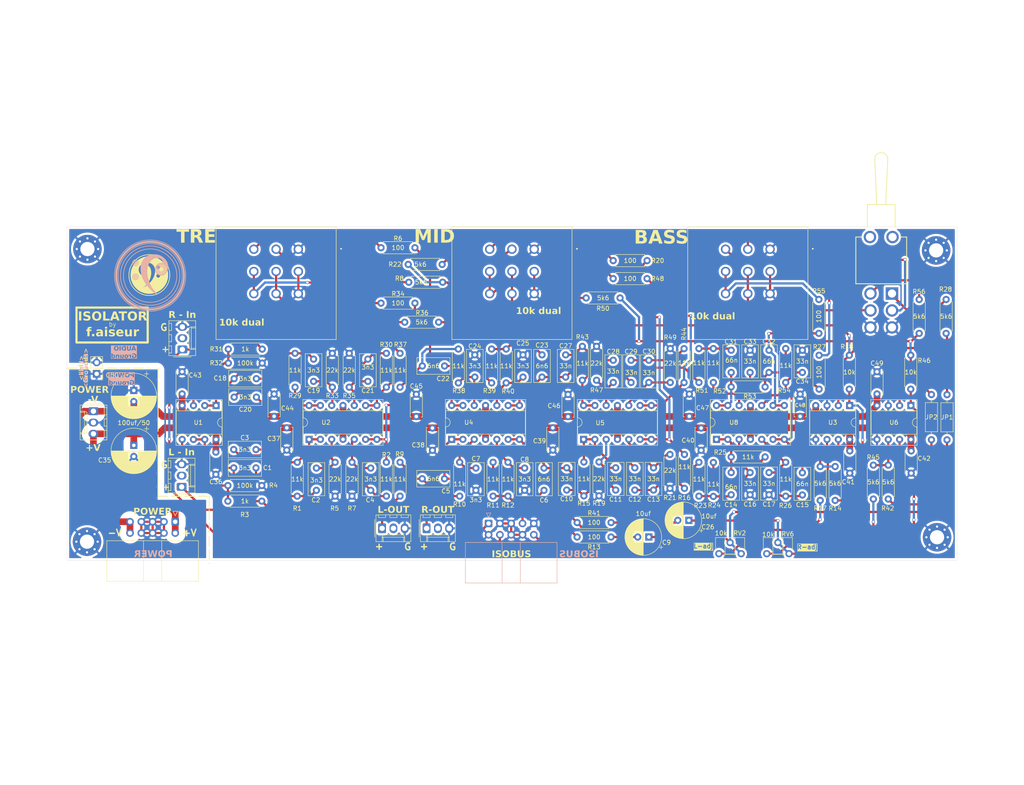
<source format=kicad_pcb>
(kicad_pcb (version 20240108) (generator "pcbnew") (generator_version "8.0")
  (title_block (title "ISOLATOR") (date "2024-07-23") (rev "001") (company "f.aiseur"))
  (layers (0 "F.Cu" signal) (31 "B.Cu" signal) (34 "B.Paste" user) (35 "F.Paste" user) (36 "B.SilkS" user "B.Silkscreen") (37 "F.SilkS" user "F.Silkscreen") (38 "B.Mask" user) (39 "F.Mask" user) (44 "Edge.Cuts" user))
  (net 0 "")
  (net 1 "Net-(U1A--)")
  (net 2 "Net-(C1-Pad2)")
  (net 3 "Net-(U2A-+)")
  (net 4 "Net-(U2A--)")
  (net 5 "Net-(C3-Pad2)")
  (net 6 "Net-(U2B-+)")
  (net 7 "Net-(U2C--)")
  (net 8 "Net-(C5-Pad1)")
  (net 9 "Net-(U2D--)")
  (net 10 "Net-(U2C-+)")
  (net 11 "GND")
  (net 12 "Net-(U2D-+)")
  (net 13 "Net-(C9-Pad2)")
  (net 14 "Net-(JP1-A)")
  (net 15 "Net-(C10-Pad2)")
  (net 16 "Net-(U4A-+)")
  (net 17 "Net-(C12-Pad2)")
  (net 18 "Net-(U4A--)")
  (net 19 "Net-(U4B-+)")
  (net 20 "Net-(U4C--)")
  (net 21 "Net-(C14-Pad1)")
  (net 22 "Net-(C15-Pad1)")
  (net 23 "Net-(U4D--)")
  (net 24 "Net-(U4C-+)")
  (net 25 "Net-(U4D-+)")
  (net 26 "Net-(U1B--)")
  (net 27 "Net-(C18-Pad2)")
  (net 28 "Net-(U5A-+)")
  (net 29 "Net-(C20-Pad2)")
  (net 30 "Net-(U5A--)")
  (net 31 "Net-(U5B-+)")
  (net 32 "Net-(C22-Pad1)")
  (net 33 "Net-(U5C--)")
  (net 34 "Net-(U5D--)")
  (net 35 "Net-(C23-Pad1)")
  (net 36 "Net-(U5C-+)")
  (net 37 "Net-(U5D-+)")
  (net 38 "Net-(C26-Pad2)")
  (net 39 "Net-(JP2-A)")
  (net 40 "Net-(C27-Pad2)")
  (net 41 "Net-(U8A-+)")
  (net 42 "Net-(U8A--)")
  (net 43 "Net-(C29-Pad2)")
  (net 44 "Net-(U8B-+)")
  (net 45 "Net-(C31-Pad1)")
  (net 46 "Net-(U8C--)")
  (net 47 "Net-(C32-Pad1)")
  (net 48 "Net-(U8D--)")
  (net 49 "Net-(U8C-+)")
  (net 50 "Net-(U8D-+)")
  (net 51 "+15V")
  (net 52 "-15V")
  (net 57 "Net-(U2B--)")
  (net 58 "Net-(U1A-+)")
  (net 59 "Net-(R6-Pad2)")
  (net 60 "Net-(JP1-B)")
  (net 61 "Net-(U3B--)")
  (net 62 "Net-(R14-Pad1)")
  (net 63 "Net-(U4B--)")
  (net 64 "Net-(R17-Pad2)")
  (net 65 "Net-(R20-Pad2)")
  (net 66 "Net-(R27-Pad2)")
  (net 67 "Net-(U5B--)")
  (net 68 "Net-(U1B-+)")
  (net 69 "Net-(R34-Pad2)")
  (net 70 "Net-(JP2-B)")
  (net 71 "Net-(U6B--)")
  (net 72 "Net-(R42-Pad1)")
  (net 73 "Net-(U8B--)")
  (net 74 "Net-(R45-Pad2)")
  (net 75 "Net-(R48-Pad2)")
  (net 76 "Net-(R55-Pad2)")
  (net 77 "L ISO In")
  (net 78 "L ISO Out")
  (net 79 "R ISO In")
  (net 80 "R ISO Out")
  (net 81 "Net-(R8-Pad1)")
  (net 82 "Net-(R22-Pad1)")
  (net 83 "Net-(R36-Pad1)")
  (net 84 "Net-(R50-Pad1)")
  (net 85 "Net-(SW3A-A)")
  (net 86 "Net-(SW3B-A)")
  (net 87 "Net-(SW3B-B)")
  (net 88 "Net-(SW3A-B)")
  (net 89 "GNDREF")
  (net 90 "Net-(C6-Pad1)")
  (footprint "Capacitor_THT:C_Rect_L7.2mm_W3.5mm_P5.00mm_FKS2_FKP2_MKS2_MKP2" (layer "F.Cu") (at 202.58 124.92 90)
    (property "Reference" "C15")
    (property "Value" "66n")
  )
  (footprint "MountingHole:MountingHole_3.2mm_M3_Pad_Via" (layer "F.Cu") (at 41.83 135.42)
    (property "Reference" "H4" (hide yes))
    (property "Value" "MountingHole_Pad")
  )
  (footprint "Capacitor_THT:C_Rect_L7.2mm_W3.5mm_P5.00mm_FKS2_FKP2_MKS2_MKP2" (layer "F.Cu") (at 190.83 124.87 90)
    (property "Reference" "C16")
    (property "Value" "33n")
  )
  (footprint "Package_DIP:DIP-8_W7.62mm_Socket" (layer "F.Cu") (at 226.965 104.81 -90)
    (property "Reference" "U6")
    (property "Value" "NE5532")
  )
  (footprint "Resistor_THT:R_Axial_DIN0207_L6.3mm_D2.5mm_P7.62mm_Horizontal" (layer "F.Cu") (at 206.59 118.52 -90)
    (property "Reference" "R17")
    (property "Value" "5k6")
  )
  (footprint "Resistor_THT:R_Axial_DIN0207_L6.3mm_D2.5mm_P7.62mm_Horizontal" (layer "F.Cu") (at 218.53 118.21 -90)
    (property "Reference" "R45")
    (property "Value" "5k6")
  )
  (footprint "Capacitor_THT:C_Rect_L7.2mm_W3.5mm_P5.00mm_FKS2_FKP2_MKS2_MKP2" (layer "F.Cu") (at 140.17 123.87 90)
    (property "Reference" "C8")
    (property "Value" "3n3")
  )
  (footprint "Capacitor_THT:C_Disc_D5.0mm_W2.5mm_P5.00mm" (layer "F.Cu") (at 227.03 120.01 90)
    (property "Reference" "C42")
    (property "Value" "100nf")
  )
  (footprint "Package_DIP:DIP-8_W7.62mm_Socket" (layer "F.Cu") (at 213.2 104.81 -90)
    (property "Reference" "U3")
    (property "Value" "NE5532")
  )
  (footprint "Capacitor_THT:C_Rect_L7.2mm_W3.5mm_P5.00mm_FKS2_FKP2_MKS2_MKP2" (layer "F.Cu") (at 164.93 118.81 -90)
    (property "Reference" "C12")
    (property "Value" "33n")
  )
  (footprint "Connector_Molex:Molex_KK-254_AE-6410-03A_1x03_P2.54mm_Vertical" (layer "F.Cu") (at 43.27 106.09 -90)
    (property "Reference" "J6" (hide yes))
    (property "Value" "POWER")
  )
  (footprint "Capacitor_THT:C_Disc_D5.0mm_W2.5mm_P5.00mm" (layer "F.Cu") (at 70.79 120.29 90)
    (property "Reference" "C36")
    (property "Value" "100nf")
  )
  (footprint "Capacitor_THT:C_Rect_L7.2mm_W3.5mm_P5.00mm_FKS2_FKP2_MKS2_MKP2" (layer "F.Cu") (at 195.08 124.87 90)
    (property "Reference" "C17")
    (property "Value" "33n")
  )
  (footprint "Resistor_THT:R_Axial_DIN0207_L6.3mm_D2.5mm_P7.62mm_Horizontal" (layer "F.Cu") (at 136.023 92.1 -90)
    (property "Reference" "R40")
    (property "Value" "11k")
  )
  (footprint "Capacitor_THT:C_Rect_L7.2mm_W3.5mm_P5.00mm_FKS2_FKP2_MKS2_MKP2" (layer "F.Cu") (at 144.075 93.41 -90)
    (property "Reference" "C23")
    (property "Value" "6n6")
  )
  (footprint "Connector_Molex:Molex_KK-254_AE-6410-03A_1x03_P2.54mm_Vertical" (layer "F.Cu") (at 118.14 132.42)
    (property "Reference" "J2" (hide yes))
    (property "Value" "L ISO Out")
  )
  (footprint "MountingHole:MountingHole_3.2mm_M3_Pad_Via" (layer "F.Cu") (at 232.632944 69.922944)
    (property "Reference" "H2" (hide yes))
    (property "Value" "MountingHole_Pad" (hide yes))
  )
  (footprint "Resistor_THT:R_Axial_DIN0207_L6.3mm_D2.5mm_P7.62mm_Horizontal" (layer "F.Cu") (at 182.58 125.24 90)
    (property "Reference" "R24")
    (property "Value" "11k")
  )
  (footprint "Resistor_THT:R_Axial_DIN0207_L6.3mm_D2.5mm_P7.62mm_Horizontal" (layer "F.Cu") (at 221.875 125.83 90)
    (property "Reference" "R42")
    (property "Value" "5k6")
  )
  (footprint "Capacitor_THT:C_Rect_L7.2mm_W3.5mm_P5.00mm_FKS2_FKP2_MKS2_MKP2" (layer "F.Cu") (at 79.9 102.92 180)
    (property "Reference" "C20")
    (property "Value" "3n3")
  )
  (footprint "Resistor_THT:R_Axial_DIN0207_L6.3mm_D2.5mm_P7.62mm_Horizontal" (layer "F.Cu") (at 133.08 117.56 -90)
    (property "Reference" "R11")
    (property "Value" "11k")
  )
  (footprint "Resistor_THT:R_Axial_DIN0207_L6.3mm_D2.5mm_P7.62mm_Horizontal" (layer "F.Cu") (at 159.58 134.37 180)
    (property "Reference" "R13")
    (property "Value" "100")
  )
  (footprint "Resistor_THT:R_Axial_DIN0207_L6.3mm_D2.5mm_P7.62mm_Horizontal" (layer "F.Cu") (at 114.13 77.08)
    (property "Reference" "R8")
    (property "Value" "5k6")
  )
  (footprint "Capacitor_THT:C_Disc_D5.0mm_W2.5mm_P5.00mm" (layer "F.Cu") (at 63.2 102.2 90)
    (property "Reference" "C43")
    (property "Value" "100nf" (hide yes))
  )
  (footprint "Resistor_THT:R_Axial_DIN0207_L6.3mm_D2.5mm_P7.62mm_Horizontal" (layer "F.Cu") (at 172.83 123.43 90)
    (property "Reference" "R21")
    (property "Value" "22k")
  )
  (footprint "Capacitor_THT:C_Rect_L7.2mm_W3.5mm_P5.00mm_FKS2_FKP2_MKS2_MKP2" (layer "F.Cu") (at 164.08 99.62 90)
    (property "Reference" "C29")
    (property "Value" "33n")
  )
  (footprint "Capacitor_THT:C_Rect_L7.2mm_W3.5mm_P5.00mm_FKS2_FKP2_MKS2_MKP2" (layer "F.Cu") (at 202.58 92.37 -90)
    (property "Reference" "C34")
    (property "Value" "33n")
  )
  (footprint "Capacitor_THT:C_Rect_L7.2mm_W3.5mm_P5.00mm_FKS2_FKP2_MKS2_MKP2" (layer "F.Cu") (at 149.63 118.81 -90)
    (property "Reference" "C10")
    (property "Value" "33n")
  )
  (footprint "MountingHole:MountingHole_3.2mm_M3_Pad_Via" (layer "F.Cu") (at 232.84 134.422944)
    (property "Reference" "H3" (hide yes))
    (property "Value" "MountingHole_Pad")
  )
  (footprint "Resistor_THT:R_Axial_DIN0207_L6.3mm_D2.5mm_P7.62mm_Horizontal" (layer "F.Cu") (at 109.1 125.17 90)
    (property "Reference" "R2")
    (property "Value" "11k")
  )
  (footprint "Capacitor_THT:C_Rect_L7.2mm_W3.5mm_P5.00mm_FKS2_FKP2_MKS2_MKP2" (layer "F.Cu") (at 92.745 94.37 -90)
    (property "Reference" "C19")
    (property "Value" "3n3")
  )
  (footprint "Package_DIP:DIP-14_W7.62mm_Socket" (layer "F.Cu") (at 153.41 112.41 90)
    (property "Reference" "U5")
    (property "Value" "TL074")
  )
  (footprint "Resistor_THT:R_Axial_DIN0207_L6.3mm_D2.5mm_P7.62mm_Horizontal" (layer "F.Cu") (at 186.58 100.62)
    (property "Reference" "R53")
    (property "Value" "11k")
  )
  (footprint "Capacitor_THT:CP_Radial_D8.0mm_P2.50mm" (layer "F.Cu") (at 168.08 134.37 180)
    (property "Reference" "C9")
    (property "Value" "10uf")
  )
  (footprint "Connector_Molex:Molex_KK-254_AE-6410-03A_1x03_P2.54mm_Vertical" (layer "F.Cu") (at 63.26 92.2 90)
    (property "Reference" "J3" (hide yes))
    (property "Value" "R ISO In")
  )
  (footprint "Resistor_THT:R_Axial_DIN0207_L6.3mm_D2.5mm_P7.62mm_Horizontal" (layer "F.Cu") (at 167.68 76.27 180)
    (property "Reference" "R48")
    (property "Value" "100")
  )
  (footprint "Capacitor_THT:C_Rect_L7.2mm_W3.5mm_P5.00mm_FKS2_FKP2_MKS2_MKP2" (layer "F.Cu") (at 117.175 95.91)
    (property "Reference" "C22")
    (property "Value" "6n6")
  )
  (footprint "Capacitor_THT:C_Rect_L7.2mm_W3.5mm_P5.00mm_FKS2_FKP2_MKS2_MKP2" (layer "F.Cu") (at 160.63 123.81 90)
    (property "Reference" "C11")
    (property "Value" "33n")
  )
  (footprint "Resistor_THT:R_Axial_DIN0207_L6.3mm_D2.5mm_P7.62mm_Horizontal" (layer "F.Cu") (at 96.955 93.06 -90)
    (property "Reference" "R33")
    (property "Value" "22k")
  )
  (footprint "Capacitor_THT:C_Rect_L7.2mm_W3.5mm_P5.00mm_FKS2_FKP2_MKS2_MKP2" (layer "F.Cu") (at 190.83 92.37 -90)
    (property "Reference" "C33")
    (property "Value" "33n")
  )
  (footprint "Resistor_THT:R_Axial_DIN0207_L6.3mm_D2.5mm_P7.62mm_Horizontal" (layer "F.Cu") (at 112.175 125.18 90)
    (property "Reference" "R9")
    (property "Value" "11k")
  )
  (footprint "Resistor_THT:R_Axial_DIN0207_L6.3mm_D2.5mm_P7.62mm_Horizontal" (layer "F.Cu") (at 97.58 125.18 90)
    (property "Reference" "R5")
    (property "Value" "22k")
  )
  (footprint "Resistor_THT:R_Axial_DIN0207_L6.3mm_D2.5mm_P10.16mm_Horizontal" (layer "F.Cu") (at 235.08 112.52 90)
    (property "Reference" "JP1")
    (property "Value" "Inv Jmp")
  )
  (footprint "Potentiometer_THT:RK27 + standard dual pot" (layer "F.Cu") (at 137.32 64.66 90)
    (property "Reference" "RV3" (hide yes))
    (property "Value" "10k")
  )
  (footprint "Capacitor_THT:C_Rect_L7.2mm_W3.5mm_P5.00mm_FKS2_FKP2_MKS2_MKP2" (layer "F.Cu") (at 139.799 93.41 -90)
    (property "Reference" "C25")
    (property "Value" "3n3")
  )
  (footprint "Resistor_THT:R_Axial_DIN0207_L6.3mm_D2.5mm_P7.62mm_Horizontal" (layer "F.Cu") (at 209.94 126.14 90)
    (property "Reference" "R14")
    (property "Value" "5k6")
  )
  (footprint "Resistor_THT:R_Axial_DIN0207_L6.3mm_D2.5mm_P7.62mm_Horizontal" (layer "F.Cu") (at 182.58 92 -90)
    (property "Reference" "R52")
    (property "Value" "11k")
  )
  (footprint "Capacitor_THT:C_Disc_D5.0mm_W2.5mm_P5.00mm" (layer "F.Cu") (at 146.505 114.82 90)
    (property "Reference" "C39")
    (property "Value" "100nf")
  )
  (footprint "Resistor_THT:R_Axial_DIN0207_L6.3mm_D2.5mm_P7.62mm_Horizontal" (layer "F.Cu") (at 159.59 131.12 180)
    (property "Reference" "R41")
    (property "Value" "100")
  )
  (footprint "Resistor_THT:R_Axial_DIN0207_L6.3mm_D2.5mm_P7.62mm_Horizontal" (layer "F.Cu") (at 132.747 99.72 90)
    (property "Reference" "R39")
    (property "Value" "11k")
  )
  (footprint "Resistor_THT:R_Axial_DIN0207_L6.3mm_D2.5mm_P7.62mm_Horizontal" (layer "F.Cu") (at 125.57 125.18 90)
    (property "Reference" "R10")
    (property "Value" "11k")
  )
  (footprint "Capacitor_THT:C_Rect_L7.2mm_W3.5mm_P5.00mm_FKS2_FKP2_MKS2_MKP2" (layer "F.Cu") (at 169.13 123.81 90)
    (property "Reference" "C13")
    (property "Value" "33n")
  )
  (footprint "Resistor_THT:R_Axial_DIN0207_L6.3mm_D2.5mm_P7.62mm_Horizontal" (layer "F.Cu") (at 179.33 117.56 -90)
    (property "Reference" "R23")
    (property "Value" "11k")
  )
  (footprint "Resistor_THT:R_Axial_DIN0207_L6.3mm_D2.5mm_P7.62mm_Horizontal" (layer "F.Cu") (at 156.88 125.12 90)
    (property "Reference" "R19")
    (property "Value" "22k")
  )
  (footprint "Capacitor_THT:C_Disc_D5.0mm_W2.5mm_P5.00mm" (layer "F.Cu") (at 115.83 107.27 90)
    (property "Reference" "C45")
    (property "Value" "100nf")
  )
  (footprint "DPDT right angle pcb:100DP1T1B4M7QE" (layer "F.Cu") (at 222.715 79.62 -90)
    (property "Reference" "SW3" (hide yes))
    (property "Value" "BASS-kill-sw" (hide yes))
  )
  (footprint "Resistor_THT:R_Axial_DIN0207_L6.3mm_D2.5mm_P7.62mm_Horizontal" (layer "F.Cu") (at 115.52 69.32 180)
    (property "Reference" "R6")
    (property "Value" "100")
  )
  (footprint "Resistor_THT:R_Axial_DIN0207_L6.3mm_D2.5mm_P7.62mm_Horizontal" (layer "F.Cu") (at 121.63 73.08 180)
    (property "Reference" "R22")
    (property "Value" "5k6")
  )
  (footprint "Potentiometer_THT:Potentiometer_Piher_PT-6-H_Horizontal" (layer "F.Cu") (at 183.83 138.12 90)
    (property "Reference" "RV2")
    (property "Value" "10k")
  )
  (footprint "Capacitor_THT:C_Rect_L7.2mm_W3.5mm_P5.00mm_FKS2_FKP2_MKS2_MKP2" (layer "F.Cu") (at 195.08 97.37 90)
    (property "Reference" "C32")
    (property "Value" "66n")
  )
  (footprint "Potentiometer_THT:RK27 + standard dual pot" (layer "F.Cu") (at 84.32 64.66 90)
    (property "Reference" "RV1" (hide yes))
    (property "Value" "10k")
  )
  (footprint "Capacitor_THT:C_Rect_L7.2mm_W3.5mm_P5.00mm_FKS2_FKP2_MKS2_MKP2" (layer "F.Cu") (at 129.22 123.87 90)
    (property "Reference" "C7")
    (property "Value" "3n3")
  )
  (footprint "Capacitor_THT:C_Disc_D5.0mm_W2.5mm_P5.00mm" (layer "F.Cu") (at 213.23 120.01 90)
    (property "Reference" "C41")
    (property "Value" "100nf")
  )
  (footprint "Resistor_THT:R_Axial_DIN0207_L6.3mm_D2.5mm_P7.62mm_Horizontal" (layer "F.Cu") (at 226.93 93.5 -90)
    (property "Reference" "R46")
    (property "Value" "10k")
  )
  (footprint "Resistor_THT:R_Axial_DIN0207_L6.3mm_D2.5mm_P7.62mm_Horizontal" (layer "F.Cu") (at 109.1 93.06 -90)
    (property "Reference" "R30")
    (property "Value" "11k")
  )
  (footprint "Resistor_THT:R_Axial_DIN0207_L6.3mm_D2.5mm_P7.62mm_Horizontal" (layer "F.Cu") (at 198.83 92 -90)
    (property "Reference" "R54")
    (property "Value" "11k")
  )
  (footprint "Resistor_THT:R_Axial_DIN0207_L6.3mm_D2.5mm_P7.62mm_Horizontal" (layer "F.Cu") (at 81.11 122.8 180)
    (property "Reference" "R4")
    (property "Value" "100k")
  )
  (footprint "Capacitor_THT:C_Rect_L7.2mm_W3.5mm_P5.00mm_FKS2_FKP2_MKS2_MKP2" (layer "F.Cu") (at 93.38 123.87 90)
    (property "Reference" "C2")
    (property "Value" "3n3")
  )
  (footprint "Capacitor_THT:C_Rect_L7.2mm_W3.5mm_P5.00mm_FKS2_FKP2_MKS2_MKP2" (layer "F.Cu") (at 186.58 124.87 90)
    (property "Reference" "C14")
    (property "Value" "66n")
  )
  (footprint "Resistor_THT:R_Axial_DIN0207_L6.3mm_D2.5mm_P7.62mm_Horizontal" (layer "F.Cu") (at 125.275 92.1 -90)
    (property "Reference" "R38")
    (property "Value" "11k")
  )
  (footprint "Resistor_THT:R_Axial_DIN0207_L6.3mm_D2.5mm_P7.62mm_Horizontal" (layer "F.Cu") (at 81.2 95.27 180)
    (property "Reference" "R32")
    (property "Value" "100k")
  )
  (footprint "Resistor_THT:R_Axial_DIN0207_L6.3mm_D2.5mm_P7.62mm_Horizontal" (layer "F.Cu") (at 88.58 93.06 -90)
    (property "Reference" "R29")
    (property "Value" "11k")
  )
  (footprint "Package_DIP:DIP-14_W7.62mm_Socket" (layer "F.Cu") (at 91.73 112.41 90)
    (property "Reference" "U2")
    (property "Value" "TL074")
  )
  (footprint "Resistor_THT:R_Axial_DIN0207_L6.3mm_D2.5mm_P7.62mm_Horizontal" (layer "F.Cu") (at 179.33 99.62 90)
    (property "Reference" "R51")
    (property "Value" "11k")
  )
  (footprint "Capacitor_THT:CP_Radial_D10.0mm_P2.50mm" (layer "F.Cu") (at 52.35 113.76 -90)
    (property "Reference" "C35")
    (property "Value" "100uf/50v" (hide yes))
  )
  (footprint "Capacitor_THT:C_Disc_D5.0mm_W2.5mm_P5.00mm" (layer "F.Cu") (at 202.08 107.245 90)
    (property "Reference" "C48")
    (property "Value" "100nf")
  )
  (footprint "Capacitor_THT:C_Rect_L7.2mm_W3.5mm_P5.00mm_FKS2_FKP2_MKS2_MKP2" (layer "F.Cu") (at 74.8 118.83)
    (property "Reference" "C1")
    (property "Value" "3n3")
  )
  (footprint "Capacitor_THT:C_Disc_D5.0mm_W2.5mm_P5.00mm" (layer "F.Cu") (at 179.83 114.87 90)
    (property "Reference" "C40")
    (property "Value" "100nf")
  )
  (footprint "Package_DIP:DIP-8_W7.62mm_Socket" (layer "F.Cu") (at 70.83 104.81 -90)
    (property "Reference" "U1")
    (property "Value" "TL072")
  )
  (footprint "Resistor_THT:R_Axial_DIN0207_L6.3mm_D2.5mm_P7.62mm_Horizontal" (layer "F.Cu") (at 136.42 125.18 90)
    (property "Reference" "R12")
    (property "Value" "11k")
  )
  (footprint "Capacitor_THT:CP_Radial_D8.0mm_P2.50mm" (layer "F.Cu") (at 177.08 130.62 180)
    (property "Reference" "C26")
    (property "Value" "10uf")
  )
  (footprint "Resistor_THT:R_Axial_DIN0207_L6.3mm_D2.5mm_P7.62mm_Horizontal" (layer "F.Cu") (at 112.175 93.06 -90)
    (property "Reference" "R37")
    (property "Value" "11k")
  )
  (footprint "Capacitor_THT:C_Disc_D5.0mm_W2.5mm_P5.00mm" (layer "F.Cu") (at 83.875 107.22 90)
    (property "Reference" "C44")
    (property "Value" "100nf")
  )
  (footprint "Resistor_THT:R_Axial_DIN0207_L6.3mm_D2.5mm_P7.62mm_Horizontal" (layer "F.Cu") (at 206.33 101.12 90)
    (property "Reference" "R27")
    (property "Value" "100")
  )
  (footprint "Potentiometer_THT:Potentiometer_Piher_PT-6-H_Horizontal" (layer "F.Cu") (at 194.58 138.12 90)
    (property "Reference" "RV6")
    (property "Value" "10k")
  )
  (footprint "Capacitor_THT:C_Rect_L7.2mm_W3.5mm_P5.00mm_FKS2_FKP2_MKS2_MKP2" (layer "F.Cu") (at 117.16 121.27)
    (property "Reference" "C5")
    (property "Value" "6n6")
  )
  (footprint "Resistor_THT:R_Axial_DIN0207_L6.3mm_D2.5mm_P7.62mm_Horizontal" (layer "F.Cu") (at 172.89 92 -90)
    (property "Reference" "R49")
    (property "Value" "22k")
  )
  (footprint "Resistor_THT:R_Axial_DIN0207_L6.3mm_D2.5mm_P7.62mm_Horizontal" (layer "F.Cu") (at 156.33 91.5 -90)
    (property "Reference" "R47")
    (property "Value" "22k")
  )
  (footprint "Resistor_THT:R_Axial_DIN0207_L6.3mm_D2.5mm_P7.62mm_Horizontal" (layer "F.Cu") (at 153.48 125.12 90)
    (property "Reference" "R15")
    (property "Value" "11k")
  )
  (footprint "Resistor_THT:R_Axial_DIN0207_L6.3mm_D2.5mm_P7.62mm_Horizontal" (layer "F.Cu") (at 89.08 125.18 90)
    (property "Reference" "R1")
    (property "Value" "11k")
  )
  (footprint "Package_DIP:DIP-14_W7.62mm_Socket" (layer "F.Cu") (at 183.28 112.41 90)
    (property "Reference" "U8")
    (property "Value" "TL074")
  )
  (footprint "Capacitor_THT:C_Disc_D5.0mm_W2.5mm_P5.00mm" (layer "F.Cu") (at 177.17 107.23 90)
    (property "Reference" "C47")
    (property "Value" "100nf")
  )
  (footprint "Capacitor_THT:C_Rect_L7.2mm_W3.5mm_P5.00mm_FKS2_FKP2_MKS2_MKP2" (layer "F.Cu") (at 168.08 94.62 -90)
    (property "Reference" "C30")
    (property "Value" "33n")
  )
  (footprint "Resistor_THT:R_Axial_DIN0207_L6.3mm_D2.5mm_P7.62mm_Horizontal" (layer "F.Cu") (at 81.2 92.12 180)
    (property "Reference" "R31")
    (property "Value" "1k")
  )
  (footprint "Resistor_THT:R_Axial_DIN0207_L6.3mm_D2.5mm_P7.62mm_Horizontal" (layer "F.Cu") (at 228.825 80.96 -90)
    (property "Reference" "R56")
    (property "Value" "5k6")
  )
  (footprint "Capacitor_THT:C_Rect_L7.2mm_W3.5mm_P5.00mm_FKS2_FKP2_MKS2_MKP2" (layer "F.Cu") (at 128.971 93.41 -90)
    (property "Reference" "C24")
    (property "Value" "3n3")
  )
  (footprint "Capacitor_THT:C_Rect_L7.2mm_W3.5mm_P5.00mm_FKS2_FKP2_MKS2_MKP2" (layer "F.Cu") (at 149.385 98.41 90)
    (property "Reference" "C27")
    (property "Value" "33n")
  )
  (footprint "Resistor_THT:R_Axial_DIN0207_L6.3mm_D2.5mm_P7.62mm_Horizontal" (layer "F.Cu") (at 115.52 81.78 180)
    (property "Reference" "R34")
    (property "Value" "100")
  )
  (footprint "Resistor_THT:R_Axial_DIN0207_L6.3mm_D2.5mm_P7.62mm_Horizontal" (layer "F.Cu") (at 153.99 80.62)
    (property "Reference" "R50")
    (property "Value" "5k6")
  )
  (footprint "Resistor_THT:R_Axial_DIN0207_L6.3mm_D2.5mm_P7.62mm_Horizontal" (layer "F.Cu") (at 186.58 116.37)
    (property "Reference" "R25")
    (property "Value" "11k")
  )
  (footprint "Resistor_THT:R_Axial_DIN0207_L6.3mm_D2.5mm_P7.62mm_Horizontal" (layer "F.Cu") (at 206.28 88.58 90)
    (property "Reference" "R55")
    (property "Value" "100")
  )
  (footprint "Capacitor_THT:C_Rect_L7.2mm_W3.5mm_P5.00mm_FKS2_FKP2_MKS2_MKP2" (layer "F.Cu") (at 104.945 94.37 -90)
    (property "Reference" "C21")
    (property "Value" "3n3")
  )
  (footprint "Resistor_THT:R_Axial_DIN0207_L6.3mm_D2.5mm_P7.62mm_Horizontal" (layer "F.Cu") (at 101.38 125.18 90)
    (property "Reference" "R7")
    (property "Value" "22k")
  )
  (footprint "Capacitor_THT:CP_Radial_D10.0mm_P2.50mm" (layer "F.Cu") (at 52.35 101.41 -90)
    (property "Reference" "C50")
    (property "Value" "100uf/50")
  )
  (footprint "Capacitor_THT:C_Rect_L7.2mm_W3.5mm_P5.00mm_FKS2_FKP2_MKS2_MKP2" (layer "F.Cu") (at 160.08 94.62 -90)
    (property "Reference" "C28")
    (property "Value" "33n")
  )
  (footprint "Capacitor_THT:C_Disc_D5.0mm_W2.5mm_P5.00mm" (layer "F.Cu") (at 219.35 102.21 90)
    (property "Reference" "C49")
    (property "Value" "100nf")
  )
  (footprint "Resistor_THT:R_Axial_DIN0207_L6.3mm_D2.5mm_P7.62mm_Horizontal" (layer "F.Cu") (at 175.99 92.02 -90)
    (property "Reference" "R44")
    (property "Value" "11k")
  )
  (footprint "Capacitor_THT:C_Rect_L7.2mm_W3.5mm_P5.00mm_FKS2_FKP2_MKS2_MKP2" (layer "F.Cu") (at 74.89 98.77)
    (property "Reference" "C18")
    (property "Value" "3n3")
  )
  (footprint "Capacitor_THT:C_Rect_L7.2mm_W3.5mm_P5.00mm_FKS2_FKP2_MKS2_MKP2" (layer "F.Cu") (at 186.58 92.37 -90)
    (property "Reference" "C31")
    (property "Value" "66n")
  )
  (footprint "Resistor_THT:R_Axial_DIN0207_L6.3mm_D2.5mm_P7.62mm_Horizontal" (layer "F.Cu") (at 81.11 126.3 180)
    (property "Reference" "R3")
    (property "Value" "1k")
  )
  (footprint "Package_DIP:DIP-14_W7.62mm_Socket" (layer "F.Cu") (at 123.76375 112.41 90)
    (property "Reference" "U4")
    (property "Value" "TL074")
  )
  (footprint "Resistor_THT:R_Axial_DIN0207_L6.3mm_D2.5mm_P7.62mm_Horizontal" (layer "F.Cu") (at 153.14 91.5 -90)
    (property "Reference" "R43")
    (property "Value" "11k")
  )
  (footprint "LOGO" (layer "F.Cu") (at 55.84 75.47)
    (property "Reference" "G***" (hide yes))
    (property "Value" "LOGO" (hide yes))
  )
  (footprint "Resistor_THT:R_Axial_DIN0207_L6.3mm_D2.5mm_P7.62mm_Horizontal" (layer "F.Cu") (at 213.13 93.5 -90)
    (property "Reference" "R18")
    (property "Value" "10k")
  )
  (footprint "Capacitor_THT:C_Disc_D5.0mm_W2.5mm_P5.00mm" (layer "F.Cu") (at 86.73 114.82 90)
    (property "Reference" "C37")
    (property "Value" "100nf")
  )
  (footprint "Capacitor_THT:C_Rect_L7.2mm_W3.5mm_P5.00mm_FKS2_FKP2_MKS2_MKP2" (layer "F.Cu") (at 105.58 123.87 90)
    (property "Reference" "C4")
    (property "Value" "3n3")
  )
  (footprint "Resistor_THT:R_Axial_DIN0207_L6.3mm_D2.5mm_P7.62mm_Horizontal" (layer "F.Cu") (at 113.225 86.065)
    (property "Reference" "R36")
    (property "Value" "5k6")
  )
  (footprint "Resistor_THT:R_Axial_DIN0207_L6.3mm_D2.5mm_P7.62mm_Horizontal" (layer "F.Cu") (at 198.83 125.18 90)
    (property "Reference" "R26")
    (property "Value" "11k")
  )
  (footprint "Capacitor_THT:C_Disc_D5.0mm_W2.5mm_P5.00mm" (layer "F.Cu") (at 119.46 114.87 90)
    (property "Reference" "C38")
    (property "Value" "100nf")
  )
  (footprint "Resistor_THT:R_Axial_DIN0207_L6.3mm_D2.5mm_P7.62mm_Horizontal" (layer "F.Cu") (at 234.88 80.96 -90)
    (property "Reference" "R28")
    (property "Value" "5k6")
  )
  (footprint "Capacitor_THT:C_Rect_L7.2mm_W3.5mm_P5.00mm_FKS2_FKP2_MKS2_MKP2" (layer "F.Cu") (at 79.8 114.7 180)
    (property "Reference" "C3")
    (property "Value" "3n3")
  )
  (footprint "Capacitor_THT:C_Rect_L7.2mm_W3.5mm_P5.00mm_FKS2_FKP2_MKS2_MKP2" (layer "F.Cu") (at 144.52 123.87 90)
    (property "Reference" "C6")
    (property "Value" "6n6")
  )
  (footprint "Connector_Molex:Molex_KK-254_AE-6410-03A_1x03_P2.54mm_Vertical" (layer "F.Cu") (at 63.1 123.1 90)
    (property "Reference" "J1" (hide yes))
    (property "Value" "L ISO In")
  )
  (footprint "Resistor_THT:R_Axial_DIN0207_L6.3mm_D2.5mm_P7.62mm_Horizontal" (layer "F.Cu") (at 167.69 72.22 180)
    (property "Reference" "R20")
    (property "Value" "100")
  )
  (footprint "Connector_IDC:IDC-Header_2x05_P2.54mm_Horizontal" (layer "F.Cu") (at 61.655 130.9375 -90)
    (property "Reference" "J7" (hide yes))
    (property "Value" "POWER")
  )
  (footprint "Connector_Molex:Molex_KK-254_AE-6410-03A_1x03_P2.54mm_Vertical" (layer "F.Cu") (at 108.14 132.42)
    (property "Reference" "J4" (hide yes))
    (property "Value" "R ISO Out")
  )
  (footprint "Resistor_THT:R_Axial_DIN0207_L6.3mm_D2.5mm_P7.62mm_Horizontal" (layer "F.Cu") (at 176.08 123.43 90)
    (property "Reference" "R16")
    (property "Value" "11k")
  )
  (footprint "MountingHole:MountingHole_3.2mm_M3_Pad_Via" (layer "F.Cu") (at 41.93 69.62)
    (property "Reference" "H1" (hide yes))
    (property "Value" "MountingHole_Pad")
  )
  (footprint "Capacitor_THT:C_Disc_D5.0mm_W2.5mm_P5.00mm" (layer "F.Cu") (at 149.92 107.31 90)
    (property "Reference" "C46")
    (property "Value" "100nf")
  )
  (footprint "Connector_PinHeader_2.54mm:PinHeader_1x02_P2.54mm_Vertical" (layer "F.Cu") (at 44 97.675 180)
    (property "Reference" "J8" (hide yes))
    (property "Value" "Audio/Power Gnds")
  )
  (footprint "Potentiometer_THT:RK27 + standard dual pot" (layer "F.Cu") (at 190.32 64.66 90)
    (property "Reference" "RV4" (hide yes))
    (property "Value" "10k")
  )
  (footprint "Resistor_THT:R_Axial_DIN0207_L6.3mm_D2.5mm_P7.62mm_Horizontal" (layer "F.Cu") (at 100.755 93.06 -90)
    (property "Reference" "R35")
    (property "Value" "22k")
  )
  (footprint "Resistor_THT:R_Axial_DIN0207_L6.3mm_D2.5mm_P10.16mm_Horizontal" (layer "F.Cu") (at 231.58 112.5 90)
    (property "Reference" "JP2")
    (property "Value" "Inv Jmp")
  )
  (footprint "Connector_IDC:IDC-Header_2x05_P2.54mm_Horizontal" (layer "B.Cu") (at 132.07 131.32 -90)
    (property "Reference" "J5" (hide yes))
    (property "Value" "IN/OUT")
  )
  (footprint "LOGOS:2cm LOGO kicad" (layer "B.Cu") (at 56.04 75.56 180)
    (property "Reference" "G***" (hide yes))
    (property "Value" "LOGO" (hide yes))
  )
  (gr_line (start 57.8 96.405) (end 57.8 125.2) (stroke (width 0.2) (type dash)) (layer "F.SilkS"))
  (gr_rect (start 39.47 82.78) (end 55.47 90.63) (stroke (width 0.5)) (fill none) (layer "F.SilkS"))
  (gr_line (start 37.3 96.405) (end 55.7 96.405) (stroke (width 0.2) (type dash)) (layer "F.SilkS"))
  (gr_line (start 69.3 125.2) (end 69.3 140.4) (stroke (width 0.2) (type dash)) (layer "F.SilkS"))
  (gr_line (start 57.8 125.2) (end 69.3 125.2) (stroke (width 0.2) (type dash)) (layer "F.SilkS"))
  (gr_rect (start 37.33 64.62) (end 237.33 139.62) (stroke (width 0.05)) (fill none) (layer "Edge.Cuts"))
  (gr_text "AUDIO \nGround" (at 50.1 94.3 0) (layer "B.SilkS" knockout) (effects (font (size 1 1) (thickness 0.2) (bold yes)) (justify bottom mirror)))
  (gr_text "POWER" (at 56.7 139.125 -0) (layer "B.SilkS") (effects (font (size 1.5 1.5) (thickness 0.3) (bold yes)) (justify bottom mirror)))
  (gr_text "<Grounds>" (at 42.2 96.4 90) (layer "B.SilkS") (effects (font (size 1 1) (thickness 0.1)) (justify bottom mirror)))
  (gr_text "<Link>" (at 41.2 96.37 90) (layer "B.SilkS") (effects (font (size 1 1) (thickness 0.1)) (justify bottom mirror)))
  (gr_text "POWER\nGround" (at 49.6 100.3 0) (layer "B.SilkS" knockout) (effects (font (size 1 1) (thickness 0.2) (bold yes)) (justify bottom mirror)))
  (gr_text "ISOBUS" (at 152.35 139.16 -0) (layer "B.SilkS") (effects (font (size 1.5 1.5) (thickness 0.3) (bold yes)) (justify bottom mirror)))
  (gr_text "R - In" (at 63.24 85.35 0) (layer "F.SilkS") (effects (font (size 1.5 1.5) (thickness 0.3) (bold yes)) (justify bottom)))
  (gr_text "-V" (at 46.3 134.3 0) (layer "F.SilkS") (effects (font (size 1.5 1.5) (thickness 0.3) (bold yes)) (justify left bottom)))
  (gr_text "f.aiseur" (at 47.57 89.58 0) (layer "F.SilkS") (effects (font (size 2 2) (thickness 0.2) (bold yes)) (justify bottom)))
  (gr_text "+" (at 58.703172 124.105 0) (layer "F.SilkS") (effects (font (size 1.5 1.5) (thickness 0.3) (bold yes)) (justify left bottom)))
  (gr_text "+" (at 58.583172 93.115 0) (layer "F.SilkS") (effects (font (size 1.5 1.5) (thickness 0.3) (bold yes)) (justify left bottom)))
  (gr_text "R-adj" (at 201.3 137.195 0) (layer "F.SilkS" knockout) (effects (font (size 1 1) (thickness 0.2) (bold yes)) (justify left bottom)))
  (gr_text "<Grounds>" (at 42.2 96.4 90) (layer "F.SilkS") (effects (font (size 1 1) (thickness 0.1)) (justify bottom)))
  (gr_text "+V" (at 63.1 134.3 0) (layer "F.SilkS") (effects (font (size 1.5 1.5) (thickness 0.3) (bold yes)) (justify left bottom)))
  (gr_text "+" (at 106.345 137.325 0) (layer "F.SilkS") (effects (font (size 1.5 1.5) (thickness 0.3) (bold yes)) (justify left bottom)))
  (gr_text "TRE" (at 66.4 68.7 0) (layer "F.SilkS") (effects (font (size 3 3) (thickness 0.6) (bold yes)) (justify bottom)))
  (gr_text "by" (at 47.57 87.13 0) (layer "F.SilkS") (effects (font (size 1 1) (thickness 0.1)) (justify bottom)))
  (gr_text "L-OUT" (at 110.69 129.17 0) (layer "F.SilkS") (effects (font (size 1.5 1.5) (thickness 0.3) (bold yes)) (justify bottom)))
  (gr_text "L - In" (at 63.08 116.25 0) (layer "F.SilkS") (effects (font (size 1.5 1.5) (thickness 0.3) (bold yes)) (justify bottom)))
  (gr_text "+V" (at 43.2 115.26 0) (layer "F.SilkS") (effects (font (size 1.5 1.5) (thickness 0.3) (bold yes)) (justify bottom)))
  (gr_text "MID" (at 119.9 68.7 0) (layer "F.SilkS") (effects (font (size 3 3) (thickness 0.6) (bold yes)) (justify bottom)))
  (gr_text "10k dual" (at 143.3 83.6 0) (layer "F.SilkS") (effects (font (size 1.5 1.5) (thickness 0.3) (bold yes))))
  (gr_text "G" (at 58.265 119.005 0) (layer "F.SilkS") (effects (font (size 1.5 1.5) (thickness 0.3) (bold yes)) (justify left bottom)))
  (gr_text "10k dual" (at 76.6 86.2 0) (layer "F.SilkS") (effects (font (size 1.5 1.5) (thickness 0.3) (bold yes))))
  (gr_text "BASS" (at 170.9 68.9 0) (layer "F.SilkS") (effects (font (size 3 3) (thickness 0.6) (bold yes)) (justify bottom)))
  (gr_text "POWER" (at 56.575 129.5875 0) (layer "F.SilkS") (effects (font (size 1.5 1.5) (thickness 0.3) (bold yes)) (justify bottom)))
  (gr_text "POWER" (at 42.4 102.2 0) (layer "F.SilkS") (effects (font (size 1.5 1.5) (thickness 0.3) (bold yes)) (justify bottom)))
  (gr_text "G" (at 112.945 137.425 0) (layer "F.SilkS") (effects (font (size 1.5 1.5) (thickness 0.3) (bold yes)) (justify left bottom)))
  (gr_text "-V" (at 43.19 104.4 0) (layer "F.SilkS") (effects (font (size 1.5 1.5) (thickness 0.3) (bold yes)) (justify bottom)))
  (gr_text "<Link>" (at 41.2 96.37 90) (layer "F.SilkS") (effects (font (size 1 1) (thickness 0.1)) (justify bottom)))
  (gr_text "ISOLATOR" (at 47.57 86.03 0) (layer "F.SilkS") (effects (font (size 2 2) (thickness 0.5) (bold yes)) (justify bottom)))
  (gr_text "+" (at 116.445 137.325 0) (layer "F.SilkS") (effects (font (size 1.5 1.5) (thickness 0.3) (bold yes)) (justify left bottom)))
  (gr_text "ISOBUS" (at 137.2 139.16 0) (layer "F.SilkS") (effects (font (size 1.5 1.5) (thickness 0.3) (bold yes)) (justify bottom)))
  (gr_text "G" (at 123.045 137.425 0) (layer "F.SilkS") (effects (font (size 1.5 1.5) (thickness 0.3) (bold yes)) (justify left bottom)))
  (gr_text "10k dual" (at 182.4 84.8 0) (layer "F.SilkS") (effects (font (size 1.5 1.5) (thickness 0.3) (bold yes))))
  (gr_text "G" (at 58.145 88.115 0) (layer "F.SilkS") (effects (font (size 1.5 1.5) (thickness 0.3) (bold yes)) (justify left bottom)))
  (gr_text "L-adj" (at 178.025 137 0) (layer "F.SilkS" knockout) (effects (font (size 1 1) (thickness 0.2) (bold yes)) (justify left bottom)))
  (gr_text "R-OUT" (at 120.64 129.17 0) (layer "F.SilkS") (effects (font (size 1.5 1.5) (thickness 0.3) (bold yes)) (justify bottom)))
  (segment (start 109.965 90.85) (end 112.175 93.06) (width 0.5) (layer "F.Cu") (net 1))
  (segment (start 70.83 102.83) (end 74.89 98.77) (width 0.5) (layer "F.Cu") (net 1))
  (segment (start 85.45 90.85) (end 109.965 90.85) (width 0.5) (layer "F.Cu") (net 1))
  (segment (start 68.29 104.81) (end 70.83 104.81) (width 0.5) (layer "F.Cu") (net 1))
  (segment (start 79.945 93.715) (end 82.585 93.715) (width 0.5) (layer "F.Cu") (net 1))
  (segment (start 70.83 104.81) (end 70.83 102.83) (width 0.5) (layer "F.Cu") (net 1))
  (segment (start 74.89 98.77) (end 79.945 93.715) (width 0.5) (layer "F.Cu") (net 1))
  (segment (start 82.585 93.715) (end 85.45 90.85) (width 0.5) (layer "F.Cu") (net 1))
  (segment (start 92.07 125.18) (end 93.38 123.87) (width 0.5) (layer "F.Cu") (net 2))
  (segment (start 79.8 120.3) (end 80.5 121) (width 0.5) (layer "F.Cu") (net 2))
  (segment (start 89.08 125.18) (end 92.07 125.18) (width 0.5) (layer "F.Cu") (net 2))
  (segment (start 79.8 118.83) (end 79.8 120.3) (width 0.5) (layer "F.Cu") (net 2))
  (segment (start 86.04 125.18) (end 89.08 125.18) (width 0.5) (layer "F.Cu") (net 2))
  (segment (start 81.86 121) (end 86.04 125.18) (width 0.5) (layer "F.Cu") (net 2))
  (segment (start 80.5 121) (end 81.86 121) (width 0.5) (layer "F.Cu") (net 2))
  (segment (start 93.38 118.87) (end 96.27 118.87) (width 0.5) (layer "F.Cu") (net 3))
  (segment (start 96.81 116.79) (end 97.58 117.56) (width 0.5) (layer "F.Cu") (net 3))
  (segment (start 96.27 118.87) (end 97.58 117.56) (width 0.5) (layer "F.Cu") (net 3))
  (segment (start 96.81 112.41) (end 96.81 116.79) (width 0.5) (layer "F.Cu") (net 3))
  (segment (start 91.75 112.43) (end 91.73 112.41) (width 0.5) (layer "F.Cu") (net 4))
  (segment (start 79.8 114.7) (end 83 114.7) (width 0.5) (layer "F.Cu") (net 4))
  (segment (start 91.75 114.89) (end 91.75 112.43) (width 0.5) (layer "F.Cu") (net 4))
  (segment (start 89.08 117.56) (end 91.75 114.89) (width 0.5) (layer "F.Cu") (net 4))
  (segment (start 83 114.7) (end 85.86 117.56) (width 0.5) (layer "F.Cu") (net 4))
  (segment (start 85.86 117.56) (end 89.08 117.56) (width 0.5) (layer "F.Cu") (net 4))
  (segment (start 94.27 112.41) (end 91.73 112.41) (width 0.5) (layer "F.Cu") (net 4))
  (segment (start 106.88 125.17) (end 105.58 123.87) (width 0.5) (layer "F.Cu") (net 5))
  (segment (start 102.21 120.5) (end 105.58 123.87) (width 0.5) (layer "F.Cu") (net 5))
  (segment (start 86.9 120.5) (end 102.21 120.5) (width 0.5) (layer "F.Cu") (net 5))
  (segment (start 82.45 116.05) (end 86.9 120.5) (width 0.5) (layer "F.Cu") (net 5))
  (segment (start 74.8 114.7) (end 76.15 116.05) (width 0.5) (layer "F.Cu") (net 5))
  (segment (start 76.15 116.05) (end 82.45 116.05) (width 0.5) (layer "F.Cu") (net 5))
  (segment (start 109.1 125.17) (end 106.88 125.17) (width 0.5) (layer "F.Cu") (net 5))
  (segment (start 101.38 117.56) (end 101.38 112.92) (width 0.5) (layer "F.Cu") (net 6))
  (segment (start 105.58 118.87) (end 102.69 118.87) (width 0.5) (layer "F.Cu") (net 6))
  (segment (start 102.69 118.87) (end 101.38 117.56) (width 0.5) (layer "F.Cu") (net 6))
  (segment (start 101.38 112.92) (end 101.89 112.41) (width 0.5) (layer "F.Cu") (net 6))
  (segment (start 115.52 81.78) (end 115.52 94.26) (width 0.5) (layer "F.Cu") (net 7))
  (segment (start 115.52 94.26) (end 109.1 100.68) (width 0.5) (layer "F.Cu") (net 7))
  (segment (start 106.97 102.81) (end 109.1 100.68) (width 0.5) (layer "F.Cu") (net 7))
  (segment (start 104.43 104.79) (end 106.97 104.79) (width 0.5) (layer "F.Cu") (net 7))
  (segment (start 106.97 104.79) (end 106.97 102.81) (width 0.5) (layer "F.Cu") (net 7))
  (segment (start 125.57 125.18) (end 121.07 125.18) (width 0.5) (layer "F.Cu") (net 8))
  (segment (start 117.16 121.27) (end 115.885 121.27) (width 0.5) (layer "F.Cu") (net 8))
  (segment (start 121.07 125.18) (end 117.16 121.27) (width 0.5) (layer "F.Cu") (net 8))
  (segment (start 115.885 121.27) (end 112.175 117.56) (width 0.5) (layer "F.Cu") (net 8))
  (segment (start 81.35 104.37) (end 87.07 104.37) (width 0.5) (layer "F.Cu") (net 9))
  (segment (start 90.51 104.79) (end 88.58 102.86) (width 0.5) (layer "F.Cu") (net 9))
  (segment (start 79.9 102.92) (end 81.35 104.37) (width 0.5) (layer "F.Cu") (net 9))
  (segment (start 87.07 104.37) (end 88.58 102.86) (width 0.5) (layer "F.Cu") (net 9))
  (segment (start 91.73 104.79) (end 90.51 104.79) (width 0.5) (layer "F.Cu") (net 9))
  (segment (start 88.58 102.86) (end 88.58 100.68) (width 0.5) (layer "F.Cu") (net 9))
  (segment (start 94.27 104.79) (end 91.73 104.79) (width 0.5) (layer "F.Cu") (net 9))
  (segment (start 102.09 99.37) (end 104.945 99.37) (width 0.5) (layer "F.Cu") (net 10))
  (segment (start 101.89 104.79) (end 101.89 101.815) (width 0.5) (layer "F.Cu") (net 10))
  (segment (start 100.755 100.68) (end 100.78 100.68) (width 0.5) (layer "F.Cu") (net 10))
  (segment (start 101.89 101.815) (end 100.755 100.68) (width 0.5) (layer "F.Cu") (net 10))
  (segment (start 100.78 100.68) (end 102.09 99.37) (width 0.5) (layer "F.Cu") (net 10))
  (segment (start 137.15 131.32) (end 137.15 133.86) (width 0.5) (layer "F.Cu") (net 11))
  (segment (start 132.07 133.86) (end 134.61 131.32) (width 0.5) (layer "F.Cu") (net 11))
  (segment (start 139.69 133.86) (end 142.23 131.32) (width 0.5) (layer "F.Cu") (net 11))
  (segment (start 137.15 133.86) (end 139.69 133.86) (width 0.5) (layer "F.Cu") (net 11))
  (segment (start 134.61 131.32) (end 137.15 131.32) (width 0.5) (layer "F.Cu") (net 11))
  (segment (start 96.955 100.68) (end 96.955 104.645) (width 0.5) (layer "F.Cu") (net 12))
  (segment (start 92.745 99.37) (end 95.645 99.37) (width 0.5) (layer "F.Cu") (net 12))
  (segment (start 96.955 104.645) (end 96.81 104.79) (width 0.5) (layer "F.Cu") (net 12))
  (segment (start 95.645 99.37) (end 96.955 100.68) (width 0.5) (layer "F.Cu") (net 12))
  (segment (start 159.58 134.37) (end 165.58 134.37) (width 0.5) (layer "F.Cu") (net 13))
  (segment (start 208.3 116.8) (end 208.3 128.74) (width 0.5) (layer "F.Cu") (net 14))
  (segment (start 232.135 128.74) (end 235.08 125.795) (width 0.5) (layer "F.Cu") (net 14))
  (segment (start 168.08 134.37) (end 185.08 134.37) (width 0.5) (layer "F.Cu") (net 14))
  (segment (start 208.3 128.74) (end 232.135 128.74) (width 0.5) (layer "F.Cu") (net 14))
  (segment (start 185.08 134.37) (end 186.33 135.62) (width 0.5) (layer "F.Cu") (net 14))
  (segment (start 235.08 125.795) (end 235.08 112.52) (width 0.5) (layer "F.Cu") (net 14))
  (segment (start 210.66 114.44) (end 208.3 116.8) (width 0.5) (layer "F.Cu") (net 14))
  (segment (start 187.2 128.74) (end 208.3 128.74) (width 0.5) (layer "F.Cu") (net 14))
  (segment (start 210.66 112.43) (end 210.66 114.44) (width 0.5) (layer "F.Cu") (net 14))
  (via (at 187.2 128.74) (size 0.7) (drill 0.5) (layers "F.Cu" "B.Cu") (net 14))
  (segment (start 186.33 129.61) (end 186.33 135.62) (width 0.5) (layer "B.Cu") (net 14))
  (segment (start 188.83 138.12) (end 186.33 135.62) (width 0.5) (layer "B.Cu") (net 14))
  (segment (start 187.2 128.74) (end 186.33 129.61) (width 0.5) (layer "B.Cu") (net 14))
  (segment (start 149.63 123.81) (end 152.17 123.81) (width 0.5) (layer "F.Cu") (net 15))
  (segment (start 159.830001 123.010001) (end 160.63 123.81) (width 0.5) (layer "F.Cu") (net 15))
  (segment (start 152.17 123.81) (end 153.48 125.12) (width 0.5) (layer "F.Cu") (net 15))
  (segment (start 153.48 125.12) (end 155.589999 123.010001) (width 0.5) (layer "F.Cu") (net 15))
  (segment (start 155.589999 123.010001) (end 159.830001 123.010001) (width 0.5) (layer "F.Cu") (net 15))
  (segment (start 125.57 115.68375) (end 128.84375 112.41) (width 0.5) (layer "F.Cu") (net 16))
  (segment (start 129.22 118.87) (end 126.88 118.87) (width 0.5) (layer "F.Cu") (net 16))
  (segment (start 125.57 117.56) (end 125.57 115.68375) (width 0.5) (layer "F.Cu") (net 16))
  (segment (start 126.88 118.87) (end 125.57 117.56) (width 0.5) (layer "F.Cu") (net 16))
  (segment (start 174.35 121.7) (end 176.08 123.43) (width 0.5) (layer "F.Cu") (net 17))
  (segment (start 169.13 123.81) (end 171.24 121.7) (width 0.5) (layer "F.Cu") (net 17))
  (segment (start 164.93 123.81) (end 169.13 123.81) (width 0.5) (layer "F.Cu") (net 17))
  (segment (start 171.24 121.7) (end 174.35 121.7) (width 0.5) (layer "F.Cu") (net 17))
  (segment (start 123.76375 112.41) (end 126.30375 112.41) (width 0.5) (layer "F.Cu") (net 18))
  (segment (start 133.08 119.75) (end 131.56 121.27) (width 0.5) (layer "F.Cu") (net 18))
  (segment (start 122.16 114.01375) (end 123.76375 112.41) (width 0.5) (layer "F.Cu") (net 18))
  (segment (start 131.56 121.27) (end 122.16 121.27) (width 0.5) (layer "F.Cu") (net 18))
  (segment (start 133.08 117.56) (end 133.08 119.75) (width 0.5) (layer "F.Cu") (net 18))
  (segment (start 122.16 121.27) (end 122.16 114.01375) (width 0.5) (layer "F.Cu") (net 18))
  (segment (start 140.17 118.87) (end 137.73 118.87) (width 0.5) (layer "F.Cu") (net 19))
  (segment (start 136.42 117.56) (end 133.92375 115.06375) (width 0.5) (layer "F.Cu") (net 19))
  (segment (start 137.73 118.87) (end 136.42 117.56) (width 0.5) (layer "F.Cu") (net 19))
  (segment (start 133.92375 115.06375) (end 133.92375 112.41) (width 0.5) (layer "F.Cu") (net 19))
  (segment (start 151.495 96.3) (end 176.01 96.3) (width 0.5) (layer "F.Cu") (net 20))
  (segment (start 149.385 98.41) (end 151.495 96.3) (width 0.5) (layer "F.Cu") (net 20))
  (segment (start 139.00375 104.79) (end 139.00375 103.48125) (width 0.5) (layer "F.Cu") (net 20))
  (segment (start 144.075 98.41) (end 149.385 98.41) (width 0.5) (layer "F.Cu") (net 20))
  (segment (start 136.46375 104.79) (end 139.00375 104.79) (width 0.5) (layer "F.Cu") (net 20))
  (segment (start 139.00375 103.48125) (end 144.075 98.41) (width 0.5) (layer "F.Cu") (net 20))
  (segment (start 176.01 96.3) (end 179.33 99.62) (width 0.5) (layer "F.Cu") (net 20))
  (segment (start 182.58 125.24) (end 186.21 125.24) (width 0.5) (layer "F.Cu") (net 21))
  (segment (start 186.21 125.24) (end 186.58 124.87) (width 0.5) (layer "F.Cu") (net 21))
  (segment (start 182.52 125.18) (end 182.58 125.24) (width 0.5) (layer "F.Cu") (net 21))
  (segment (start 179.33 125.18) (end 182.52 125.18) (width 0.5) (layer "F.Cu") (net 21))
  (segment (start 197.89 125.18) (end 198.83 125.18) (width 0.5) (layer "F.Cu") (net 22))
  (segment (start 193.400001 117.169999) (end 193.400001 120.690001) (width 0.5) (layer "F.Cu") (net 22))
  (segment (start 193.400001 120.690001) (end 197.89 125.18) (width 0.5) (layer "F.Cu") (net 22))
  (segment (start 194.2 116.37) (end 193.400001 117.169999) (width 0.5) (layer "F.Cu") (net 22))
  (segment (start 198.83 125.18) (end 202.32 125.18) (width 0.5) (layer "F.Cu") (net 22))
  (segment (start 202.32 125.18) (end 202.58 124.92) (width 0.5) (layer "F.Cu") (net 22))
  (segment (start 123.76375 104.79) (end 123.76375 95.96375) (width 0.5) (layer "F.Cu") (net 23))
  (segment (start 123.76375 95.96375) (end 123.71 95.91) (width 0.5) (layer "F.Cu") (net 23))
  (segment (start 122.175 95.91) (end 123.71 95.91) (width 0.5) (layer "F.Cu") (net 23))
  (segment (start 123.76375 104.79) (end 126.30375 104.79) (width 0.5) (layer "F.Cu") (net 23))
  (segment (start 128.937 95.91) (end 132.747 99.72) (width 0.5) (layer "F.Cu") (net 23))
  (segment (start 123.71 95.91) (end 128.937 95.91) (width 0.5) (layer "F.Cu") (net 23))
  (segment (start 136.023 99.72) (end 138.489 99.72) (width 0.5) (layer "F.Cu") (net 24))
  (segment (start 133.92375 104.79) (end 133.92375 101.81925) (width 0.5) (layer "F.Cu") (net 24))
  (segment (start 133.92375 101.81925) (end 136.023 99.72) (width 0.5) (layer "F.Cu") (net 24))
  (segment (start 138.489 99.72) (end 139.799 98.41) (width 0.5) (layer "F.Cu") (net 24))
  (segment (start 128.971 98.41) (end 128.971 98.751) (width 0.5) (layer "F.Cu") (net 25))
  (segment (start 128.971 98.751) (end 128.84375 98.87825) (width 0.5) (layer "F.Cu") (net 25))
  (segment (start 128.84375 98.87825) (end 128.84375 104.79) (width 0.5) (layer "F.Cu") (net 25))
  (segment (start 126.585 98.41) (end 125.275 99.72) (width 0.5) (layer "F.Cu") (net 25))
  (segment (start 128.971 98.41) (end 126.585 98.41) (width 0.5) (layer "F.Cu") (net 25))
  (segment (start 81.9 124.6) (end 84.2 126.9) (width 0.5) (layer "F.Cu") (net 26))
  (segment (start 65.75 112.43) (end 68.29 112.43) (width 0.5) (layer "F.Cu") (net 26))
  (segment (start 77.8 124.6) (end 81.9 124.6) (width 0.5) (layer "F.Cu") (net 26))
  (segment (start 112.175 125.18) (end 110.455 126.9) (width 0.5) (layer "F.Cu") (net 26))
  (segment (start 71.19 118.83) (end 68.29 115.93) (width 0.5) (layer "F.Cu") (net 26))
  (segment (start 84.2 126.9) (end 110.2 126.9) (width 0.5) (layer "F.Cu") (net 26))
  (segment (start 74.8 118.83) (end 74.8 121.6) (width 0.5) (layer "F.Cu") (net 26))
  (segment (start 110.455 126.9) (end 110.2 126.9) (width 0.5) (layer "F.Cu") (net 26))
  (segment (start 74.8 118.83) (end 71.19 118.83) (width 0.5) (layer "F.Cu") (net 26))
  (segment (start 74.8 121.6) (end 77.8 124.6) (width 0.5) (layer "F.Cu") (net 26))
  (segment (start 68.29 115.93) (end 68.29 112.43) (width 0.5) (layer "F.Cu") (net 26))
  (segment (start 88.58 93.06) (end 91.435 93.06) (width 0.5) (layer "F.Cu") (net 27))
  (segment (start 81.13 98.77) (end 86.84 93.06) (width 0.5) (layer "F.Cu") (net 27))
  (segment (start 91.435 93.06) (end 92.745 94.37) (width 0.5) (layer "F.Cu") (net 27))
  (segment (start 79.89 98.77) (end 81.13 98.77) (width 0.5) (layer "F.Cu") (net 27))
  (segment (start 86.84 93.06) (end 88.58 93.06) (width 0.5) (layer "F.Cu") (net 27))
  (segment (start 158.19 118.81) (end 160.63 118.81) (width 0.5) (layer "F.Cu") (net 28))
  (segment (start 156.88 117.5) (end 158.19 118.81) (width 0.5) (layer "F.Cu") (net 28))
  (segment (start 158.49 115.89) (end 156.88 117.5) (width 0.5) (layer "B.Cu") (net 28))
  (segment (start 158.49 112.41) (end 158.49 115.89) (width 0.5) (layer "B.Cu") (net 28))
  (segment (start 77.005 100.815) (end 74.9 102.92) (width 0.5) (layer "F.Cu") (net 29))
  (segment (start 106.255 93.06) (end 104.945 94.37) (width 0.5) (layer "F.Cu") (net 29))
  (segment (start 86.07 97.33) (end 82.585 100.815) (width 0.5) (layer "F.Cu") (net 29))
  (segment (start 108.825 93.06) (end 106.255 93.06) (width 0.5) (layer "F.Cu") (net 29))
  (segment (start 101.985 97.33) (end 86.07 97.33) (width 0.5) (layer "F.Cu") (net 29))
  (segment (start 104.945 94.37) (end 101.985 97.33) (width 0.5) (layer "F.Cu") (net 29))
  (segment (start 82.585 100.815) (end 77.005 100.815) (width 0.5) (layer "F.Cu") (net 29))
  (segment (start 155.95 114.12) (end 155.95 112.41) (width 0.5) (layer "F.Cu") (net 30))
  (segment (start 164.93 118.81) (end 162.99 116.87) (width 0.5) (layer "F.Cu") (net 30))
  (segment (start 153.48 117.5) (end 153.48 112.48) (width 0.5) (layer "F.Cu") (net 30))
  (segment (start 162.99 116.87) (end 158.7 116.87) (width 0.5) (layer "F.Cu") (net 30))
  (segment (start 153.48 112.48) (end 153.41 112.41) (width 0.5) (layer "F.Cu") (net 30))
  (segment (start 158.7 116.87) (end 155.95 114.12) (width 0.5) (layer "F.Cu") (net 30))
  (segment (start 153.41 112.41) (end 155.95 112.41) (width 0.5) (layer "F.Cu") (net 30))
  (segment (start 163.57 113.25) (end 163.57 112.41) (width 0.5) (layer "F.Cu") (net 31))
  (segment (start 169.13 118.81) (end 163.57 113.25) (width 0.5) (layer "F.Cu") (net 31))
  (segment (start 172.13 115.81) (end 169.13 118.81) (width 0.5) (layer "F.Cu") (net 31))
  (segment (start 172.83 115.81) (end 172.13 115.81) (width 0.5) (layer "F.Cu") (net 31))
  (segment (start 116.945 95.91) (end 117.175 95.91) (width 0.5) (layer "F.Cu") (net 32))
  (segment (start 112.175 100.68) (end 116.945 95.91) (width 0.5) (layer "F.Cu") (net 32))
  (segment (start 117.175 95.91) (end 117.175 93.075) (width 0.5) (layer "B.Cu") (net 32))
  (segment (start 118.15 92.1) (end 125.275 92.1) (width 0.5) (layer "B.Cu") (net 32))
  (segment (start 117.175 93.075) (end 118.15 92.1) (width 0.5) (layer "B.Cu") (net 32))
  (segment (start 177.5 84.6) (end 176.01 84.6) (width 0.5) (layer "F.Cu") (net 33))
  (segment (start 168.65 104.79) (end 170.84 104.79) (width 0.5) (layer "F.Cu") (net 33))
  (segment (start 176.01 84.6) (end 167.68 76.27) (width 0.5) (layer "F.Cu") (net 33))
  (segment (start 167.68 76.27) (end 167.77 76.27) (width 0.2) (layer "F.Cu") (net 33))
  (segment (start 170.84 104.79) (end 175.99 99.64) (width 0.5) (layer "F.Cu") (net 33))
  (segment (start 167.77 76.27) (end 167.8 76.3) (width 0.2) (layer "F.Cu") (net 33))
  (segment (start 166.11 104.79) (end 168.65 104.79) (width 0.5) (layer "F.Cu") (net 33))
  (via (at 177.5 84.6) (size 0.6) (drill 0.3) (layers "F.Cu" "B.Cu") (net 33))
  (segment (start 177.5 84.6) (end 177.5 94.6) (width 0.5) (layer "B.Cu") (net 33))
  (segment (start 177.5 94.6) (end 175.99 96.11) (width 0.5) (layer "B.Cu") (net 33))
  (segment (start 175.99 96.11) (end 175.99 99.64) (width 0.5) (layer "B.Cu") (net 33))
  (segment (start 153.41 104.79) (end 155.95 104.79) (width 0.5) (layer "F.Cu") (net 34))
  (segment (start 153.14 104.52) (end 153.41 104.79) (width 0.5) (layer "F.Cu") (net 34))
  (segment (start 154.99 97.55) (end 162.01 97.55) (width 0.5) (layer "F.Cu") (net 34))
  (segment (start 153.14 99.12) (end 153.42 99.12) (width 0.5) (layer "F.Cu") (net 34))
  (segment (start 162.01 97.55) (end 164.08 99.62) (width 0.5) (layer "F.Cu") (net 34))
  (segment (start 153.14 99.12) (end 153.14 104.52) (width 0.5) (layer "F.Cu") (net 34))
  (segment (start 153.42 99.12) (end 154.99 97.55) (width 0.5) (layer "F.Cu") (net 34))
  (segment (start 136.822999 91.300001) (end 136.023 92.1) (width 0.5) (layer "F.Cu") (net 35))
  (segment (start 141.965001 91.300001) (end 136.822999 91.300001) (width 0.5) (layer "F.Cu") (net 35))
  (segment (start 136.023 92.1) (end 132.747 92.1) (width 0.5) (layer "F.Cu") (net 35))
  (segment (start 144.075 93.41) (end 141.965001 91.300001) (width 0.5) (layer "F.Cu") (net 35))
  (segment (start 173.05 99.62) (end 173.06 99.63) (width 0.5) (layer "F.Cu") (net 36))
  (segment (start 168.08 99.62) (end 172.89 99.62) (width 0.5) (layer "F.Cu") (net 36))
  (segment (start 168.08 99.62) (end 163.57 104.13) (width 0.5) (layer "F.Cu") (net 36))
  (segment (start 163.57 104.13) (end 163.57 104.79) (width 0.5) (layer "F.Cu") (net 36))
  (segment (start 158.49 104.79) (end 158.49 101.21) (width 0.5) (layer "F.Cu") (net 37))
  (segment (start 158.49 101.21) (end 160.08 99.62) (width 0.5) (layer "F.Cu") (net 37))
  (segment (start 158.42 101.21) (end 158.49 101.21) (width 0.5) (layer "F.Cu") (net 37))
  (segment (start 156.33 99.12) (end 158.42 101.21) (width 0.5) (layer "F.Cu") (net 37))
  (segment (start 174.08 131.12) (end 174.58 130.62) (width 0.5) (layer "F.Cu") (net 38))
  (segment (start 159.59 131.12) (end 174.08 131.12) (width 0.5) (layer "F.Cu") (net 38))
  (segment (start 227.63 132.13) (end 221.64 138.12) (width 0.5) (layer "F.Cu") (net 39))
  (segment (start 224.425 112.43) (end 224.425 116.345) (width 0.5) (layer "F.Cu") (net 39))
  (segment (start 197.08 130.69) (end 197.05 130.66) (width 0.5) (layer "F.Cu") (net 39))
  (segment (start 224.425 116.345) (end 226.155 118.075) (width 0.5) (layer "F.Cu") (net 39))
  (segment (start 226.155 118.075) (end 231.58 118.075) (width 0.5) (layer "F.Cu") (net 39))
  (segment (start 227.63 130.5) (end 227.63 132.13) (width 0.5) (layer "F.Cu") (net 39))
  (segment (start 221.64 138.12) (end 199.58 138.12) (width 0.5) (layer "F.Cu") (net 39))
  (segment (start 177.12 130.66) (end 177.08 130.62) (width 0.5) (layer "F.Cu") (net 39))
  (segment (start 197.05 130.66) (end 177.12 130.66) (width 0.5) (layer "F.Cu") (net 39))
  (segment (start 231.58 120.645) (end 231.58 119.27) (width 0.5) (layer "F.Cu") (net 39))
  (segment (start 231.58 112.5) (end 231.58 118.075) (width 0.5) (layer "F.Cu") (net 39))
  (segment (start 227.65 124.575) (end 231.58 120.645) (width 0.5) (layer "F.Cu") (net 39))
  (segment (start 231.58 118.075) (end 231.58 119.27) (width 0.5) (layer "F.Cu") (net 39))
  (segment (start 227.65 125.8) (end 227.65 124.575) (width 0.5) (layer "F.Cu") (net 39))
  (via (at 227.65 125.8) (size 0.7) (drill 0.5) (layers "F.Cu" "B.Cu") (net 39))
  (via (at 197.08 130.69) (size 0.7) (drill 0.5) (layers "F.Cu" "B.Cu") (net 39))
  (via (at 227.63 130.5) (size 0.7) (drill 0.5) (layers "F.Cu" "B.Cu") (net 39))
  (segment (start 199.58 138.12) (end 197.08 135.62) (width 0.5) (layer "B.Cu") (net 39))
  (segment (start 227.65 125.8) (end 227.63 125.82) (width 0.5) (layer "B.Cu") (net 39))
  (segment (start 197.08 130.69) (end 197.08 135.62) (width 0.5) (layer "B.Cu") (net 39))
  (segment (start 227.63 125.82) (end 227.63 130.5) (width 0.5) (layer "B.Cu") (net 39))
  (segment (start 149.385 93.41) (end 151.23 93.41) (width 0.5) (layer "F.Cu") (net 40))
  (segment (start 156.26 94.62) (end 160.08 94.62) (width 0.5) (layer "F.Cu") (net 40))
  (segment (start 151.23 93.41) (end 153.14 91.5) (width 0.5) (layer "F.Cu") (net 40))
  (segment (start 153.14 91.5) (end 156.26 94.62) (width 0.5) (layer "F.Cu") (net 40))
  (segment (start 182.58 117.62) (end 182.58 120.32) (width 0.5) (layer "F.Cu") (net 41))
  (segment (start 184.39 122.13) (end 188.57 122.13) (width 0.5) (layer "F.Cu") (net 41))
  (segment (start 190.83 119.87) (end 188.36 117.4) (width 0.5) (layer "F.Cu") (net 41))
  (segment (start 188.36 117.4) (end 188.36 112.41) (width 0.5) (layer "F.Cu") (net 41))
  (segment (start 188.57 122.13) (end 190.83 119.87) (width 0.5) (layer "F.Cu") (net 41))
  (segment (start 182.58 120.32) (end 184.39 122.13) (width 0.5) (layer "F.Cu") (net 41))
  (segment (start 186.58 113.17) (end 185.82 112.41) (width 0.5) (layer "F.Cu") (net 42))
  (segment (start 186.58 119.87) (end 186.58 116.37) (width 0.5) (layer "F.Cu") (net 42))
  (segment (start 183.28 112.41) (end 185.82 112.41) (width 0.5) (layer "F.Cu") (net 42))
  (segment (start 186.58 116.37) (end 186.58 113.17) (width 0.5) (layer "F.Cu") (net 42))
  (segment (start 168.08 94.62) (end 164.08 94.62) (width 0.5) (layer "F.Cu") (net 43))
  (segment (start 173.39 94.62) (end 175.99 92.02) (width 0.5) (layer "F.Cu") (net 43))
  (segment (start 168.08 94.62) (end 173.39 94.62) (width 0.5) (layer "F.Cu") (net 43))
  (segment (start 193.44 112.41) (end 198.59 117.56) (width 0.5) (layer "F.Cu") (net 44))
  (segment (start 196.52 119.87) (end 198.83 117.56) (width 0.5) (layer "F.Cu") (net 44))
  (segment (start 195.08 119.87) (end 196.52 119.87) (width 0.5) (layer "F.Cu") (net 44))
  (segment (start 198.59 117.56) (end 198.83 117.56) (width 0.5) (layer "F.Cu") (net 44))
  (segment (start 186.21 92) (end 186.58 92.37) (width 0.5) (layer "F.Cu") (net 45))
  (segment (start 182.58 92) (end 186.21 92) (width 0.5) (layer "F.Cu") (net 45))
  (segment (start 179.33 92) (end 182.58 92) (width 0.5) (layer "F.Cu") (net 45))
  (segment (start 195.07 88.58) (end 195.03 88.62) (width 0.5) (layer "F.Cu") (net 46))
  (segment (start 195.98 104.79) (end 198.52 104.79) (width 0.5) (layer "F.Cu") (net 46))
  (segment (start 206.28 88.58) (end 195.07 88.58) (width 0.5) (layer "F.Cu") (net 46))
  (via (at 195.03 88.62) (size 0.7) (drill 0.5) (layers "F.Cu" "B.Cu") (net 46))
  (segment (start 195.08 92.37) (end 196.43 93.72) (width 0.5) (layer "B.Cu") (net 46))
  (segment (start 196.43 93.72) (end 196.43 104.34) (width 0.5) (layer "B.Cu") (net 46))
  (segment (start 196.43 104.34) (end 195.98 104.79) (width 0.5) (layer "B.Cu") (net 46))
  (segment (start 195.03 92.32) (end 195.08 92.37) (width 0.5) (layer "B.Cu") (net 46))
  (segment (start 195.03 88.62) (end 195.03 92.32) (width 0.5) (layer "B.Cu") (net 46))
  (segment (start 198.83 95.91) (end 198.83 92) (width 0.5) (layer "F.Cu") (net 47))
  (segment (start 194.2 98.25) (end 195.08 97.37) (width 0.5) (layer "F.Cu") (net 47))
  (segment (start 195.08 97.37) (end 197.37 97.37) (width 0.5) (layer "F.Cu") (net 47))
  (segment (start 197.37 97.37) (end 198.83 95.91) (width 0.5) (layer "F.Cu") (net 47))
  (segment (start 194.2 100.62) (end 194.2 98.25) (width 0.5) (layer "F.Cu") (net 47))
  (segment (start 186.58 97.37) (end 186.58 100.62) (width 0.5) (layer "F.Cu") (net 48))
  (segment (start 183.28 104.79) (end 185.82 104.79) (width 0.5) (layer "F.Cu") (net 48))
  (segment (start 186.58 104.03) (end 185.82 104.79) (width 0.5) (layer "B.Cu") (net 48))
  (segment (start 186.58 100.62) (end 186.58 104.03) (width 0.5) (layer "B.Cu") (net 48))
  (segment (start 198.83 101.72) (end 198.83 99.62) (width 0.5) (layer "F.Cu") (net 49))
  (segment (start 193.44 104.79) (end 195.74 102.49) (width 0.5) (layer "F.Cu") (net 49))
  (segment (start 198.06 102.49) (end 198.83 101.72) (width 0.5) (layer "F.Cu") (net 49))
  (segment (start 195.74 102.49) (end 198.06 102.49) (width 0.5) (layer "F.Cu") (net 49))
  (segment (start 201.08 97.37) (end 198.83 99.62) (width 0.5) (layer "F.Cu") (net 49))
  (segment (start 202.58 97.37) (end 201.08 97.37) (width 0.5) (layer "F.Cu") (net 49))
  (segment (start 187.23 102.13) (end 188.36 103.26) (width 0.5) (layer "F.Cu") (net 50))
  (segment (start 188.36 104.79) (end 188.36 103.5) (width 0.5) (layer "F.Cu") (net 50))
  (segment (start 182.58 101.37) (end 183.34 102.13) (width 0.5) (layer "F.Cu") (net 50))
  (segment (start 182.58 99.62) (end 182.58 101.37) (width 0.5) (layer "F.Cu") (net 50))
  (segment (start 183.34 102.13) (end 187.23 102.13) (width 0.5) (layer "F.Cu") (net 50))
  (segment (start 188.36 103.5) (end 188.36 103.23) (width 0.5) (layer "F.Cu") (net 50))
  (segment (start 188.36 103.23) (end 190.83 100.76) (width 0.5) (layer "F.Cu") (net 50))
  (segment (start 188.36 103.26) (end 188.36 103.5) (width 0.5) (layer "F.Cu") (net 50))
  (segment (start 190.83 100.76) (end 190.83 97.37) (width 0.5) (layer "F.Cu") (net 50))
  (segment (start 99.35 109.89) (end 99.28 109.82) (width 1.5) (layer "F.Cu") (net 51))
  (segment (start 70.83 109.87) (end 70.78 109.82) (width 1.5) (layer "F.Cu") (net 51))
  (segment (start 52.43 111.2) (end 54.7 111.2) (width 1.5) (layer "F.Cu") (net 51))
  (segment (start 213.08 109.82) (end 225.279824 109.82) (width 1.5) (layer "F.Cu") (net 51))
  (segment (start 52.77 127.07) (end 59.845 127.07) (width 1.5) (layer "F.Cu") (net 51))
  (segment (start 227.03 112.495) (end 226.965 112.43) (width 1.5) (layer "F.Cu") (net 51))
  (segment (start 131.28 109.82) (end 160.855 109.82) (width 1.5) (layer "F.Cu") (net 51))
  (segment (start 43.27 117.57) (end 52.77 127.07) (width 1.5) (layer "F.Cu") (net 51))
  (segment (start 70.79 112.47) (end 70.83 112.43) (width 1.5) (layer "F.Cu") (net 51))
  (segment (start 190.9 109.915) (end 190.805 109.82) (width 1.5) (layer "F.Cu") (net 51))
  (segment (start 99.28 109.82) (end 131.28 109.82) (width 1.5) (layer "F.Cu") (net 51))
  (segment (start 54.67 111.17) (end 54.7 111.2) (width 1.5) (layer "F.Cu") (net 51))
  (segment (start 52.35 113.76) (end 52.35 111.28) (width 1.5) (layer "F.Cu") (net 51))
  (segment (start 70.83 112.43) (end 70.83 109.87) (width 1.5) (layer "F.Cu") (net 51))
  (segment (start 61.655 128.88) (end 61.655 130.9375) (width 1.5) (layer "F.Cu") (net 51))
  (segment (start 59.845 127.07) (end 61.655 128.88) (width 1.5) (layer "F.Cu") (net 51))
  (segment (start 225.279824 109.82) (end 226.965 111.505176) (width 1.5) (layer "F.Cu") (net 51))
  (segment (start 161.03 112.41) (end 161.03 109.995) (width 1.5) (layer "F.Cu") (net 51))
  (segment (start 226.965 114.945) (end 227.03 115.01) (width 1.5) (layer "F.Cu") (net 51))
  (segment (start 226.965 112.43) (end 226.965 114.945) (width 1.5) (layer "F.Cu") (net 51))
  (segment (start 61.655 133.4775) (end 61.655 130.9375) (width 1.5) (layer "F.Cu") (net 51))
  (segment (start 213.2 109.94) (end 213.08 109.82) (width 1.5) (layer "F.Cu") (net 51))
  (segment (start 213.23 112.46) (end 213.2 112.43) (width 1.5) (layer "F.Cu") (net 51))
  (segment (start 70.79 115.29) (end 70.79 112.47) (width 1.5) (layer "F.Cu") (net 51))
  (segment (start 190.805 109.82) (end 213.08 109.82) (width 1.5) (layer "F.Cu") (net 51))
  (segment (start 54.7 111.2) (end 57.9 111.2) (width 1.5) (layer "F.Cu") (net 51))
  (segment (start 190.9 112.41) (end 190.9 109.915) (width 1.5) (layer "F.Cu") (net 51))
  (segment (start 226.965 111.505176) (end 226.965 112.43) (width 1.5) (layer "F.Cu") (net 51))
  (segment (start 59.28 109.82) (end 70.78 109.82) (width 1.5) (layer "F.Cu") (net 51))
  (segment (start 43.27 111.17) (end 43.27 117.57) (width 1.5) (layer "F.Cu") (net 51))
  (segment (start 161.03 109.995) (end 160.855 109.82) (width 1.5) (layer "F.Cu") (net 51))
  (segment (start 160.855 109.82) (end 190.805 109.82) (width 1.5) (layer "F.Cu") (net 51))
  (segment (start 43.27 111.17) (end 54.67 111.17) (width 1.5) (layer "F.Cu") (net 51))
  (segment (start 99.35 112.41) (end 99.35 109.89) (width 1.5) (layer "F.Cu") (net 51))
  (segment (start 57.9 111.2) (end 59.28 109.82) (width 1.5) (layer "F.Cu") (net 51))
  (segment (start 131.38375 109.92375) (end 131.28 109.82) (width 1.5) (layer "F.Cu") (net 51))
  (segment (start 213.23 115.01) (end 213.23 112.46) (width 1.5) (layer "F.Cu") (net 51))
  (segment (start 213.2 112.43) (end 213.2 109.94) (width 1.5) (layer "F.Cu") (net 51))
  (segment (start 131.38375 112.41) (end 131.38375 109.92375) (width 1.5) (layer "F.Cu") (net 51))
  (segment (start 52.35 111.28) (end 52.43 111.2) (width 1.5) (layer "F.Cu") (net 51))
  (segment (start 70.78 109.82) (end 99.28 109.82) (width 1.5) (layer "F.Cu") (net 51))
  (segment (start 205.58 107.245) (end 205.555 107.27) (width 1.5) (layer "F.Cu") (net 52))
  (segment (start 58.88 107.27) (end 63.33 107.27) (width 1.5) (layer "F.Cu") (net 52))
  (segment (start 52.35 103.91) (end 52.35 106.075) (width 1.5) (layer "F.Cu") (net 52))
  (segment (start 99.35 107.24) (end 99.38 107.27) (width 1.5) (layer "F.Cu") (net 52))
  (segment (start 219.35 102.21) (end 219.35 104.805) (width 1.5) (layer "F.Cu") (net 52))
  (segment (start 99.35 104.79) (end 99.35 107.24) (width 1.5) (layer "F.Cu") (net 52))
  (segment (start 190.9 104.79) (end 190.9 107.14) (width 1.5) (layer "F.Cu") (net 52))
  (segment (start 161.03 107.17) (end 161.13 107.27) (width 1.5) (layer "F.Cu") (net 52))
  (segment (start 219.35 104.805) (end 219.345 104.81) (width 1.5) (layer "F.Cu") (net 52))
  (segment (start 39.38 107.89) (end 41.18 106.09) (width 1.5) (layer "F.Cu") (net 52))
  (segment (start 57.7 106.09) (end 58.88 107.27) (width 1.5) (layer "F.Cu") (net 52))
  (segment (start 131.38375 107.26625) (end 131.38 107.27) (width 1.5) (layer "F.Cu") (net 52))
  (segment (start 43.27 106.09) (end 52.365 106.09) (width 1.5) (layer "F.Cu") (net 52))
  (segment (start 99.38 107.27) (end 131.38 107.27) (width 1.5) (layer "F.Cu") (net 52))
  (segment (start 190.9 107.14) (end 191.03 107.27) (width 1.5) (layer "F.Cu") (net 52))
  (segment (start 63.21 107.15) (end 63.33 107.27) (width 1.5) (layer "F.Cu") (net 52))
  (segment (start 131.38 107.27) (end 161.13 107.27) (width 1.5) (layer "F.Cu") (net 52))
  (segment (start 161.13 107.27) (end 191.03 107.27) (width 1.5) (layer "F.Cu") (net 52))
  (segment (start 205.58 104.81) (end 205.58 107.245) (width 1.5) (layer "F.Cu") (net 52))
  (segment (start 51.495 130.9375) (end 46.6375 130.9375) (width 1.5) (layer "F.Cu") (net 52))
  (segment (start 41.18 106.09) (end 43.27 106.09) (width 1.5) (layer "F.Cu") (net 52))
  (segment (start 191.03 107.27) (end 205.555 107.27) (width 1.5) (layer "F.Cu") (net 52))
  (segment (start 131.38375 104.79) (end 131.38375 107.26625) (width 1.5) (layer "F.Cu") (net 52))
  (segment (start 205.555 107.27) (end 216.885 107.27) (width 1.5) (layer "F.Cu") (net 52))
  (segment (start 46.6375 130.9375) (end 39.38 123.68) (width 1.5) (layer "F.Cu") (net 52))
  (segment (start 63.2 104.8) (end 63.21 104.81) (width 1.5) (layer "F.Cu") (net 52))
  (segment (start 63.2 102.2) (end 63.2 104.8) (width 1.5) (layer "F.Cu") (net 52))
  (segment (start 216.885 107.27) (end 219.345 104.81) (width 1.5) (layer "F.Cu") (net 52))
  (segment (start 63.21 104.81) (end 63.21 107.15) (width 1.5) (layer "F.Cu") (net 52))
  (segment (start 51.495 133.4775) (end 51.495 130.9375) (width 1.5) (layer "F.Cu") (net 52))
  (segment (start 63.33 107.27) (end 99.38 107.27) (width 1.5) (layer "F.Cu") (net 52))
  (segment (start 39.38 123.68) (end 39.38 107.89) (width 1.5) (layer "F.Cu") (net 52))
  (segment (start 52.365 106.09) (end 57.7 106.09) (width 1.5) (layer "F.Cu") (net 52))
  (segment (start 52.35 106.075) (end 52.365 106.09) (width 1.5) (layer "F.Cu") (net 52))
  (segment (start 161.03 104.79) (end 161.03 107.17) (width 1.5) (layer "F.Cu") (net 52))
  (segment (start 63.22 104.8) (end 63.21 104.81) (width 1.5) (layer "F.Cu") (net 52))
  (segment (start 109.07 112.41) (end 106.97 112.41) (width 0.5) (layer "F.Cu") (net 57))
  (segment (start 109.1 117.55) (end 109.1 112.44) (width 0.5) (layer "F.Cu") (net 57))
  (segment (start 109.08 104.75) (end 109.13 104.7) (width 0.5) (layer "F.Cu") (net 57))
  (segment (start 104.43 112.41) (end 106.97 112.41) (width 0.5) (layer "F.Cu") (net 57))
  (segment (start 118.91 72.71) (end 115.52 69.32) (width 0.5) (layer "F.Cu") (net 57))
  (segment (start 109.1 112.44) (end 109.07 112.41) (width 0.5) (layer "F.Cu") (net 57))
  (segment (start 118.91 103.515) (end 118.91 72.71) (width 0.5) (layer "F.Cu") (net 57))
  (segment (start 109.13 104.7) (end 117.725 104.7) (width 0.5) (layer "F.Cu") (net 57))
  (segment (start 117.725 104.7) (end 118.91 103.515) (width 0.5) (layer "F.Cu") (net 57))
  (via (at 109.07 112.41) (size 0.7) (drill 0.5) (layers "F.Cu" "B.Cu") (net 57))
  (via (at 109.08 104.75) (size 0.7) (drill 0.5) (layers "F.Cu" "B.Cu") (net 57))
  (segment (start 109.08 112.4) (end 109.07 112.41) (width 0.5) (layer "B.Cu") (net 57))
  (segment (start 109.08 104.75) (end 109.08 112.4) (width 0.5) (layer "B.Cu") (net 57))
  (segment (start 73.58 92.12) (end 73.58 95.27) (width 0.5) (layer "F.Cu") (net 58))
  (segment (start 73.58 95.27) (end 72.7 95.27) (width 0.5) (layer "F.Cu") (net 58))
  (segment (start 65.75 102.22) (end 65.75 104.81) (width 0.5) (layer "F.Cu") (net 58))
  (segment (start 72.7 95.27) (end 65.75 102.22) (width 0.5) (layer "F.Cu") (net 58))
  (segment (start 105.63 67.05) (end 81.93 67.05) (width 0.5) (layer "F.Cu") (net 59))
  (segment (start 81.93 67.05) (end 79.32 69.66) (width 0.5) (layer "F.Cu") (net 59))
  (segment (start 107.9 69.32) (end 105.63 67.05) (width 0.5) (layer "F.Cu") (net 59))
  (segment (start 210.81 86.78) (end 159.28 86.78) (width 0.5) (layer "F.Cu") (net 60))
  (segment (start 214.75 91.88) (end 235.08 91.88) (width 0.5) (layer "F.Cu") (net 60))
  (segment (start 235.08 102.36) (end 235.08 91.43) (width 0.5) (layer "F.Cu") (net 60))
  (segment (start 235.08 91.88) (end 235.08 91.43) (width 0.5) (layer "F.Cu") (net 60))
  (segment (start 122.77 77.12) (end 121.7 77.12) (width 0.5) (layer "F.Cu") (net 60))
  (segment (start 213.13 93.5) (end 214.75 91.88) (width 0.5) (layer "F.Cu") (net 60))
  (segment (start 157.285 84.785) (end 130.435 84.785) (width 0.5) (layer "F.Cu") (net 60))
  (segment (start 210.66 95.97) (end 210.66 104.81) (width 0.5) (layer "F.Cu") (net 60))
  (segment (start 213.13 89.1) (end 210.81 86.78) (width 0.5) (layer "F.Cu") (net 60))
  (segment (start 213.13 93.5) (end 210.66 95.97) (width 0.5) (layer "F.Cu") (net 60))
  (segment (start 159.28 86.78) (end 157.285 84.785) (width 0.5) (layer "F.Cu") (net 60))
  (segment (start 130.435 84.785) (end 122.77 77.12) (width 0.5) (layer "F.Cu") (net 60))
  (segment (start 235.08 91.43) (end 235.08 88.78) (width 0.5) (layer "F.Cu") (net 60))
  (segment (start 235.08 88.78) (end 234.88 88.58) (width 0.5) (layer "F.Cu") (net 60))
  (via (at 213.1 89.1) (size 0.7) (drill 0.5) (layers "F.Cu" "B.Cu") (net 60))
  (segment (start 213.13 89.1) (end 213.13 91.57) (width 0.5) (layer "B.Cu") (net 60))
  (segment (start 118.01 77.08) (end 114.01 73.08) (width 0.5) (layer "B.Cu") (net 60))
  (segment (start 121.75 77.08) (end 118.01 77.08) (width 0.5) (layer "B.Cu") (net 60))
  (segment (start 213.13 91.57) (end 213.13 93.5) (width 0.5) (layer "B.Cu") (net 60))
  (segment (start 208.12 114.38) (end 208.12 112.43) (width 0.5) (layer "F.Cu") (net 61))
  (segment (start 206.59 118.52) (end 206.59 115.91) (width 0.5) (layer "F.Cu") (net 61))
  (segment (start 206.59 115.91) (end 208.12 114.38) (width 0.5) (layer "F.Cu") (net 61))
  (segment (start 209.94 118.52) (end 206.59 118.52) (width 0.5) (layer "B.Cu") (net 61))
  (segment (start 216.11 122.22) (end 212.19 126.14) (width 0.5) (layer "F.Cu") (net 62))
  (segment (start 212.19 126.14) (end 209.94 126.14) (width 0.5) (layer "F.Cu") (net 62))
  (segment (start 216.11 112.56) (end 216.11 122.22) (width 0.5) (layer "F.Cu") (net 62))
  (segment (start 213.13 104.74) (end 213.2 104.81) (width 0.5) (layer "F.Cu") (net 62))
  (segment (start 213.13 101.12) (end 213.13 104.74) (width 0.5) (layer "F.Cu") (net 62))
  (via (at 216.11 112.56) (size 0.7) (drill 0.5) (layers "F.Cu" "B.Cu") (net 62))
  (segment (start 215.03 104.81) (end 213.2 104.81) (width 0.5) (layer "B.Cu") (net 62))
  (segment (start 216.11 105.89) (end 215.03 104.81) (width 0.5) (layer "B.Cu") (net 62))
  (segment (start 216.11 112.56) (end 216.11 105.89) (width 0.5) (layer "B.Cu") (net 62))
  (segment (start 139.00375 112.41) (end 144.52 117.92625) (width 0.5) (layer "F.Cu") (net 63))
  (segment (start 176.51 120.38) (end 151.2 120.38) (width 0.5) (layer "F.Cu") (net 63))
  (segment (start 144.52 117.92625) (end 144.52 118.87) (width 0.5) (layer "F.Cu") (net 63))
  (segment (start 179.33 117.56) (end 176.51 120.38) (width 0.5) (layer "F.Cu") (net 63))
  (segment (start 136.46375 112.41) (end 139.00375 112.41) (width 0.5) (layer "F.Cu") (net 63))
  (segment (start 149.57 118.87) (end 149.63 118.81) (width 0.5) (layer "F.Cu") (net 63))
  (segment (start 151.2 120.38) (end 149.63 118.81) (width 0.5) (layer "F.Cu") (net 63))
  (segment (start 144.52 118.87) (end 149.57 118.87) (width 0.5) (layer "F.Cu") (net 63))
  (segment (start 191.75 132.77) (end 186.4 138.12) (width 0.5) (layer "F.Cu") (net 64))
  (segment (start 186.4 138.12) (end 183.83 138.12) (width 0.5) (layer "F.Cu") (net 64))
  (segment (start 204.24 132.77) (end 191.75 132.77) (width 0.5) (layer "F.Cu") (net 64))
  (segment (start 206.59 130.42) (end 204.24 132.77) (width 0.5) (layer "F.Cu") (net 64))
  (via (at 206.59 130.42) (size 0.7) (drill 0.5) (layers "F.Cu" "B.Cu") (net 64))
  (segment (start 206.59 130.42) (end 206.59 126.14) (width 0.5) (layer "B.Cu") (net 64))
  (segment (start 160.07 72.22) (end 154.3 66.45) (width 0.5) (layer "F.Cu") (net 65))
  (segment (start 154.3 66.45) (end 135.53 66.45) (width 0.5) (layer "F.Cu") (net 65))
  (segment (start 135.53 66.45) (end 132.32 69.66) (width 0.5) (layer "F.Cu") (net 65))
  (segment (start 187.66 72) (end 185.32 69.66) (width 0.5) (layer "F.Cu") (net 66))
  (segment (start 203.2 72) (end 187.66 72) (width 0.5) (layer "F.Cu") (net 66))
  (segment (start 208.61 77.41) (end 203.2 72) (width 0.5) (layer "F.Cu") (net 66))
  (segment (start 208.61 81.75) (end 208.61 77.41) (width 0.5) (layer "F.Cu") (net 66))
  (via (at 208.61 81.75) (size 0.7) (drill 0.5) (layers "F.Cu" "B.Cu") (net 66))
  (segment (start 208.61 93.04) (end 208.15 93.5) (width 0.5) (layer "B.Cu") (net 66))
  (segment (start 208.15 93.5) (end 206.33 93.5) (width 0.5) (layer "B.Cu") (net 66))
  (segment (start 208.61 81.75) (end 208.61 93.04) (width 0.5) (layer "B.Cu") (net 66))
  (segment (start 170.45 84.95) (end 169.385 84.95) (width 0.5) (layer "F.Cu") (net 67))
  (segment (start 165.9 74.01) (end 167.69 72.22) (width 0.5) (layer "F.Cu") (net 67))
  (segment (start 172.68 112.41) (end 168.65 112.41) (width 0.5) (layer "F.Cu") (net 67))
  (segment (start 165.9 81.465) (end 165.9 74.01) (width 0.5) (layer "F.Cu") (net 67))
  (segment (start 169.385 84.95) (end 165.9 81.465) (width 0.5) (layer "F.Cu") (net 67))
  (segment (start 172.68 112.41) (end 176.08 115.81) (width 0.5) (layer "F.Cu") (net 67))
  (segment (start 168.65 112.41) (end 166.11 112.41) (width 0.5) (layer "F.Cu") (net 67))
  (via (at 170.45 84.95) (size 0.7) (drill 0.5) (layers "F.Cu" "B.Cu") (net 67))
  (via (at 172.68 112.41) (size 0.7) (drill 0.5) (layers "F.Cu" "B.Cu") (net 67))
  (segment (start 170.5 101.25) (end 172.7 103.45) (width 0.5) (layer "B.Cu") (net 67))
  (segment (start 170.5 85) (end 170.5 101.25) (width 0.5) (layer "B.Cu") (net 67))
  (segment (start 170.45 84.95) (end 170.5 85) (width 0.5) (layer "B.Cu") (net 67))
  (segment (start 172.7 103.45) (end 172.7 112.39) (width 0.5) (layer "B.Cu") (net 67))
  (segment (start 172.7 112.39) (end 172.68 112.41) (width 0.5) (layer "B.Cu") (net 67))
  (segment (start 63.21 114.51) (end 67.3 118.6) (width 0.5) (layer "F.Cu") (net 68))
  (segment (start 73.49 126.3) (end 73.49 122.8) (width 0.5) (layer "F.Cu") (net 68))
  (segment (start 63.21 112.43) (end 63.21 114.51) (width 0.5) (layer "F.Cu") (net 68))
  (segment (start 67.3 118.6) (end 67.3 120.7) (width 0.5) (layer "F.Cu") (net 68))
  (segment (start 69.4 122.8) (end 73.49 122.8) (width 0.5) (layer "F.Cu") (net 68))
  (segment (start 67.3 120.7) (end 69.4 122.8) (width 0.5) (layer "F.Cu") (net 68))
  (segment (start 92.3 77.15) (end 96.93 81.78) (width 0.5) (layer "F.Cu") (net 69))
  (segment (start 91.35 77.15) (end 92.3 77.15) (width 0.5) (layer "F.Cu") (net 69))
  (segment (start 96.93 81.78) (end 107.9 81.78) (width 0.5) (layer "F.Cu") (net 69))
  (via (at 91.35 77.15) (size 0.7) (drill 0.5) (layers "F.Cu" "B.Cu") (net 69))
  (segment (start 91.35 77.15) (end 81.83 77.15) (width 0.5) (layer "B.Cu") (net 69))
  (segment (start 81.83 77.15) (end 79.32 79.66) (width 0.5) (layer "B.Cu") (net 69))
  (segment (start 155.7 87.3) (end 158.75 90.35) (width 0.5) (layer "F.Cu") (net 70))
  (segment (start 228.875 88.63) (end 228.825 88.58) (width 0.5) (layer "F.Cu") (net 70))
  (segment (start 158.75 90.35) (end 165.87 90.35) (width 0.5) (layer "F.Cu") (net 70))
  (segment (start 165.87 90.35) (end 226.85 90.35) (width 0.5) (layer "F.Cu") (net 70))
  (segment (start 226.93 97.69) (end 231.58 102.34) (width 0.5) (layer "F.Cu") (net 70))
  (segment (start 122.055 86.065) (end 120.845 86.065) (width 0.5) (layer "F.Cu") (net 70))
  (segment (start 224.425 100.195) (end 226.93 97.69) (width 0.5) (layer "F.Cu") (net 70))
  (segment (start 224.425 104.81) (end 224.425 100.195) (width 0.5) (layer "F.Cu") (net 70))
  (segment (start 227.025 90.38) (end 228.825 88.58) (width 0.5) (layer "F.Cu") (net 70))
  (segment (start 226.88 90.38) (end 227.025 90.38) (width 0.5) (layer "F.Cu") (net 70))
  (segment (start 123.29 87.3) (end 122.055 86.065) (width 0.5) (layer "F.Cu") (net 70))
  (segment (start 226.93 93.5) (end 226.93 97.69) (width 0.5) (layer "F.Cu") (net 70))
  (segment (start 123.29 87.3) (end 155.7 87.3) (width 0.5) (layer "F.Cu") (net 70))
  (via (at 165.87 90.35) (size 0.7) (drill 0.5) (layers "F.Cu" "B.Cu") (net 70))
  (via (at 226.88 90.38) (size 0.7) (drill 0.5) (layers "F.Cu" "B.Cu") (net 70))
  (segment (start 226.88 93.45) (end 226.93 93.5) (width 0.5) (layer "B.Cu") (net 70))
  (segment (start 161.61 80.62) (end 161.61 80.66) (width 0.5) (layer "B.Cu") (net 70))
  (segment (start 165.87 84.92) (end 165.87 90.35) (width 0.5) (layer "B.Cu") (net 70))
  (segment (start 226.88 90.38) (end 226.88 93.45) (width 0.5) (layer "B.Cu") (net 70))
  (segment (start 161.61 80.66) (end 165.87 84.92) (width 0.5) (layer "B.Cu") (net 70))
  (segment (start 221.875 112.44) (end 221.885 112.43) (width 0.5) (layer "F.Cu") (net 71))
  (segment (start 218.53 118.21) (end 221.875 118.21) (width 0.5) (layer "F.Cu") (net 71))
  (segment (start 221.875 118.21) (end 221.875 112.44) (width 0.5) (layer "F.Cu") (net 71))
  (segment (start 226.93 101.12) (end 226.93 104.775) (width 0.5) (layer "F.Cu") (net 72))
  (segment (start 233.35 111.195) (end 233.35 123.125) (width 0.5) (layer "F.Cu") (net 72))
  (segment (start 226.93 104.775) (end 226.965 104.81) (width 0.5) (layer "F.Cu") (net 72))
  (segment (start 233.35 123.125) (end 229.45 127.025) (width 0.5) (layer "F.Cu") (net 72))
  (segment (start 229.45 127.025) (end 223.07 127.025) (width 0.5) (layer "F.Cu") (net 72))
  (segment (start 226.965 104.81) (end 233.35 111.195) (width 0.5) (layer "F.Cu") (net 72))
  (segment (start 223.07 127.025) (end 221.875 125.83) (width 0.5) (layer "F.Cu") (net 72))
  (segment (start 226.965 101.155) (end 226.93 101.12) (width 0.5) (layer "B.Cu") (net 72))
  (segment (start 198.52 112.41) (end 202.58 116.47) (width 0.5) (layer "F.Cu") (net 73))
  (segment (start 200.125 101.625) (end 201.429999 100.320001) (width 0.5) (layer "F.Cu") (net 73))
  (segment (start 200.125 103.75) (end 200.125 101.625) (width 0.5) (layer "F.Cu") (net 73))
  (segment (start 195.98 112.41) (end 198.52 112.41) (width 0.5) (layer "F.Cu") (net 73))
  (segment (start 201.429999 100.320001) (end 205.530001 100.320001) (width 0.5) (layer "F.Cu") (net 73))
  (segment (start 202.58 116.47) (end 202.58 119.92) (width 0.5) (layer "F.Cu") (net 73))
  (segment (start 205.530001 100.320001) (end 206.33 101.12) (width 0.5) (layer "F.Cu") (net 73))
  (via (at 200.125 103.75) (size 0.7) (drill 0.5) (layers "F.Cu" "B.Cu") (net 73))
  (segment (start 199.665 112.41) (end 198.52 112.41) (width 0.5) (layer "B.Cu") (net 73))
  (segment (start 200.125 103.75) (end 200.125 111.95) (width 0.5) (layer "B.Cu") (net 73))
  (segment (start 200.125 111.95) (end 199.665 112.41) (width 0.5) (layer "B.Cu") (net 73))
  (segment (start 215.53 135.21) (end 200.22 135.21) (width 0.5) (layer "F.Cu") (net 74))
  (segment (start 197.31 138.12) (end 194.58 138.12) (width 0.5) (layer "F.Cu") (net 74))
  (segment (start 218.53 130.96) (end 218.53 132.21) (width 0.5) (layer "F.Cu") (net 74))
  (segment (start 200.22 135.21) (end 197.31 138.12) (width 0.5) (layer "F.Cu") (net 74))
  (segment (start 218.53 132.21) (end 215.53 135.21) (width 0.5) (layer "F.Cu") (net 74))
  (via (at 218.53 130.96) (size 0.7) (drill 0.5) (layers "F.Cu" "B.Cu") (net 74))
  (segment (start 218.53 130.96) (end 218.53 125.83) (width 0.5) (layer "B.Cu") (net 74))
  (segment (start 134.85 77.75) (end 133.12 79.48) (width 0.5) (layer "F.Cu") (net 75))
  (segment (start 134.85 74.25) (end 134.85 77.75) (width 0.5) (layer "F.Cu") (net 75))
  (segment (start 160.06 76.27) (end 155.99 72.2) (width 0.5) (layer "F.Cu") (net 75))
  (segment (start 155.99 72.2) (end 136.9 72.2) (width 0.5) (layer "F.Cu") (net 75))
  (segment (start 133.12 79.48) (end 133.12 79.66) (width 0.5) (layer "F.Cu") (net 75))
  (segment (start 136.9 72.2) (end 134.85 74.25) (width 0.5) (layer "F.Cu") (net 75))
  (segment (start 185.32 79.66) (end 187.63 77.35) (width 0.5) (layer "B.Cu") (net 76))
  (segment (start 202.67 77.35) (end 206.28 80.96) (width 0.5) (layer "B.Cu") (net 76))
  (segment (start 187.63 77.35) (end 202.67 77.35) (width 0.5) (layer "B.Cu") (net 76))
  (segment (start 81.11 126.3) (end 79.3 126.3) (width 0.5) (layer "F.Cu") (net 77))
  (segment (start 77.35 128.25) (end 68.25 128.25) (width 0.5) (layer "F.Cu") (net 77))
  (segment (start 86.735 131.925) (end 81.11 126.3) (width 0.5) (layer "F.Cu") (net 77))
  (segment (start 127.67 135.72) (end 106.25 135.72) (width 0.5) (layer "F.Cu") (net 77))
  (segment (start 79.3 126.3) (end 77.35 128.25) (width 0.5) (layer "F.Cu") (net 77))
  (segment (start 102.455 131.925) (end 86.735 131.925) (width 0.5) (layer "F.Cu") (net 77))
  (segment (start 106.25 135.72) (end 102.455 131.925) (width 0.5) (layer "F.Cu") (net 77))
  (segment (start 68.25 128.25) (end 63.1 123.1) (width 0.5) (layer "F.Cu") (net 77))
  (segment (start 132.07 131.32) (end 127.67 135.72) (width 0.5) (layer "F.Cu") (net 77))
  (segment (start 147.16 129.57) (end 139.68 129.57) (width 0.5) (layer "F.Cu") (net 78))
  (segment (start 118.14 130.71) (end 118.14 132.42) (width 0.5) (layer "F.Cu") (net 78))
  (segment (start 139.69 129.58) (end 139.68 129.57) (width 0.5) (layer "F.Cu") (net 78))
  (segment (start 139.68 129.57) (end 119.28 129.57) (width 0.5) (layer "F.Cu") (net 78))
  (segment (start 151.96 134.37) (end 147.16 129.57) (width 0.5) (layer "F.Cu") (net 78))
  (segment (start 119.28 129.57) (end 118.14 130.71) (width 0.5) (layer "F.Cu") (net 78))
  (segment (start 139.69 131.32) (end 139.69 129.58) (width 0.5) (layer "F.Cu") (net 78))
  (segment (start 60.325 123.375) (end 60.325 112.35) (width 0.5) (layer "F.Cu") (net 79))
  (segment (start 132.06 137.67) (end 74.62 137.67) (width 0.5) (layer "F.Cu") (net 79))
  (segment (start 79.31 90.23) (end 81.2 92.12) (width 0.5) (layer "F.Cu") (net 79))
  (segment (start 69.04 90.23) (end 79.31 90.23) (width 0.5) (layer "F.Cu") (net 79))
  (segment (start 63.26 92.2) (end 67.07 92.2) (width 0.5) (layer "F.Cu") (net 79))
  (segment (start 67.07 92.2) (end 69.04 90.23) (width 0.5) (layer "F.Cu") (net 79))
  (segment (start 134.61 133.86) (end 134.61 135.12) (width 0.5) (layer "F.Cu") (net 79))
  (segment (start 134.61 135.12) (end 132.06 137.67) (width 0.5) (layer "F.Cu") (net 79))
  (segment (start 60.325 95.135) (end 63.26 92.2) (width 0.5) (layer "F.Cu") (net 79))
  (segment (start 60.325 105.27) (end 60.325 95.135) (width 0.5) (layer "F.Cu") (net 79))
  (segment (start 74.62 137.67) (end 60.325 123.375) (width 0.5) (layer "F.Cu") (net 79))
  (via (at 60.325 105.27) (size 0.7) (drill 0.5) (layers "F.Cu" "B.Cu") (net 79))
  (via (at 60.325 112.35) (size 0.7) (drill 0.5) (layers "F.Cu" "B.Cu") (net 79))
  (segment (start 60.32 105.27) (end 60.325 105.27) (width 0.5) (layer "B.Cu") (net 79))
  (segment (start 60.325 105.275) (end 60.32 105.27) (width 0.5) (layer "B.Cu") (net 79))
  (segment (start 60.325 112.35) (end 60.325 105.275) (width 0.5) (layer "B.Cu") (net 79))
  (segment (start 153.94 133.09) (end 151.97 131.12) (width 0.5) (layer "F.Cu") (net 80))
  (segment (start 149.1 128.25) (end 132.5 128.25) (width 0.5) (layer "F.Cu") (net 80))
  (segment (start 129.7 128.25) (end 108.77 128.25) (width 0.5) (layer "F.Cu") (net 80))
  (segment (start 108.14 128.88) (end 108.14 132.42) (width 0.5) (layer "F.Cu") (net 80))
  (segment (start 129.7 128.25) (end 132.5 128.25) (width 0.5) (layer "F.Cu") (net 80))
  (segment (start 152.67 136.39) (end 153.94 135.12) (width 0.5) (layer "F.Cu") (net 80))
  (segment (start 142.23 133.86) (end 144.76 136.39) (width 0.5) (layer "F.Cu") (net 80))
  (segment (start 144.76 136.39) (end 152.67 136.39) (width 0.5) (layer "F.Cu") (net 80))
  (segment (start 153.94 135.12) (end 153.94 133.09) (width 0.5) (layer "F.Cu") (net 80))
  (segment (start 151.97 131.12) (end 149.1 128.25) (width 0.5) (layer "F.Cu") (net 80))
  (segment (start 108.77 128.25) (end 108.14 128.88) (width 0.5) (layer "F.Cu") (net 80))
  (segment (start 86.99 72.33) (end 94.8 72.33) (width 0.5) (layer "F.Cu") (net 81))
  (segment (start 94.8 72.33) (end 99.55 77.08) (width 0.5) (layer "F.Cu") (net 81))
  (segment (start 84.32 69.66) (end 86.99 72.33) (width 0.5) (layer "F.Cu") (net 81))
  (segment (start 99.55 77.08) (end 114.13 77.08) (width 0.5) (layer "F.Cu") (net 81))
  (segment (start 122.505 72.165) (end 134.485 72.165) (width 0.5) (layer "F.Cu") (net 82))
  (segment (start 134.485 72.165) (end 137.33 69.32) (width 0.5) (layer "F.Cu") (net 82))
  (segment (start 121.55 73.12) (end 122.505 72.165) (width 0.5) (layer "F.Cu") (net 82))
  (segment (start 113.225 86.065) (end 90.725 86.065) (width 0.5) (layer "F.Cu") (net 83))
  (segment (start 89.735 85.075) (end 84.885685 80.225685) (width 0.5) (layer "F.Cu") (net 83))
  (segment (start 90.725 86.065) (end 89.735 85.075) (width 0.5) (layer "F.Cu") (net 83))
  (segment (start 137.33 81.295) (end 137.33 79.32) (width 0.5) (layer "F.Cu") (net 84))
  (segment (start 138.271362 82.236362) (end 137.33 81.295) (width 0.5) (layer "F.Cu") (net 84))
  (segment (start 148.463638 82.236362) (end 138.271362 82.236362) (width 0.5) (layer "F.Cu") (net 84))
  (segment (start 153.99 80.62) (end 150.08 80.62) (width 0.5) (layer "F.Cu") (net 84))
  (segment (start 150.08 80.62) (end 148.463638 82.236362) (width 0.5) (layer "F.Cu") (net 84))
  (segment (start 222.715 79.97) (end 222.715 79.62) (width 0.5) (layer "F.Cu") (net 85))
  (segment (start 232.365 83.475) (end 226.22 83.475) (width 0.5) (layer "F.Cu") (net 85))
  (segment (start 234.88 80.96) (end 232.365 83.475) (width 0.5) (layer "F.Cu") (net 85))
  (segment (start 226.22 83.475) (end 222.715 79.97) (width 0.5) (layer "F.Cu") (net 85))
  (segment (start 228.825 80.96) (end 228.825 78.165) (width 0.5) (layer "F.Cu") (net 86))
  (segment (start 220.86 76.645) (end 217.885 79.62) (width 0.5) (layer "F.Cu") (net 86))
  (segment (start 228.825 78.165) (end 227.305 76.645) (width 0.5) (layer "F.Cu") (net 86))
  (segment (start 227.305 76.645) (end 220.86 76.645) (width 0.5) (layer "F.Cu") (net 86))
  (segment (start 190.33 81.835) (end 191.882423 83.387423) (width 0.5) (layer "F.Cu") (net 87))
  (segment (start 217.782423 83.387423) (end 217.825 83.43) (width 0.5) (layer "F.Cu") (net 87))
  (segment (start 191.882423 83.387423) (end 217.842423 83.387423) (width 0.5) (layer "F.Cu") (net 87))
  (segment (start 190.33 79.32) (end 190.33 81.835) (width 0.5) (layer "F.Cu") (net 87))
  (segment (start 217.842423 83.387423) (end 217.885 83.43) (width 0.5) (layer "F.Cu") (net 87))
  (segment (start 225.565 72.05) (end 225.615 72) (width 0.5) (layer "F.Cu") (net 88))
  (segment (start 190.33 69.32) (end 190.33 67.95) (width 0.5) (layer "F.Cu") (net 88))
  (segment (start 212.795 67.375) (end 217.47 72.05) (width 0.5) (layer "F.Cu") (net 88))
  (segment (start 190.33 67.95) (end 190.905 67.375) (width 0.5) (layer "F.Cu") (net 88))
  (segment (start 190.905 67.375) (end 212.795 67.375) (width 0.5) (layer "F.Cu") (net 88))
  (segment (start 217.47 72.05) (end 225.565 72.05) (width 0.5) (layer "F.Cu") (net 88))
  (via (at 225.615 72) (size 0.7) (drill 0.5) (layers "F.Cu" "B.Cu") (net 88))
  (segment (start 225.645 82.34) (end 224.555 83.43) (width 0.5) (layer "B.Cu") (net 88))
  (segment (start 225.615 72) (end 225.645 72.03) (width 0.5) (layer "B.Cu") (net 88))
  (segment (start 224.555 83.43) (end 222.655 83.43) (width 0.5) (layer "B.Cu") (net 88))
  (segment (start 225.645 72.03) (end 225.645 82.34) (width 0.5) (layer "B.Cu") (net 88))
  (segment (start 54.035 130.9375) (end 59.115 130.9375) (width 0.5) (layer "F.Cu") (net 89))
  (segment (start 59.115 133.4775) (end 59.115 130.9375) (width 0.5) (layer "F.Cu") (net 89))
  (segment (start 56.575 130.9375) (end 56.575 133.4775) (width 0.5) (layer "F.Cu") (net 89))
  (segment (start 54.035 130.9375) (end 54.035 133.4775) (width 0.5) (layer "F.Cu") (net 89))
  (segment (start 54.035 133.4775) (end 56.575 133.4775) (width 0.5) (layer "F.Cu") (net 89))
  (segment (start 56.575 133.4775) (end 59.115 133.4775) (width 0.5) (layer "F.Cu") (net 89))
  (segment (start 144.52 123.87) (end 142.410001 125.979999) (width 0.5) (layer "F.Cu") (net 90))
  (segment (start 142.410001 125.979999) (end 137.219999 125.979999) (width 0.5) (layer "F.Cu") (net 90))
  (segment (start 137.219999 125.979999) (end 136.42 125.18) (width 0.5) (layer "F.Cu") (net 90))
  (segment (start 136.42 125.18) (end 133.08 125.18) (width 0.5) (layer "F.Cu") (net 90))
  (zone (net 89) (net_name "GNDREF") (layer "B.Cu") (priority 1) (connect_pads (clearance 1.5)) (min_thickness 0.25) (fill yes (thermal_gap 0.5) (thermal_bridge_width 0.5))
    (polygon (pts (xy 35.7 96.7) (xy 57.7 96.7) (xy 57.7 126) (xy 68.6 126) (xy 68.6 141.3) (xy 68.3 141.6) (xy 35.5 141.6) (xy 34.7 140.8) (xy 34.7 97.7)))
  )
  (zone (net 11) (net_name "GND") (layer "B.Cu") (connect_pads (clearance 0.5)) (min_thickness 0.25) (fill yes (thermal_gap 0.5) (thermal_bridge_width 0.5))
    (polygon (pts (xy 36.67 63.94) (xy 237.66 63.94) (xy 237.66 139.9) (xy 36.67 139.9)))
  )
)
</source>
